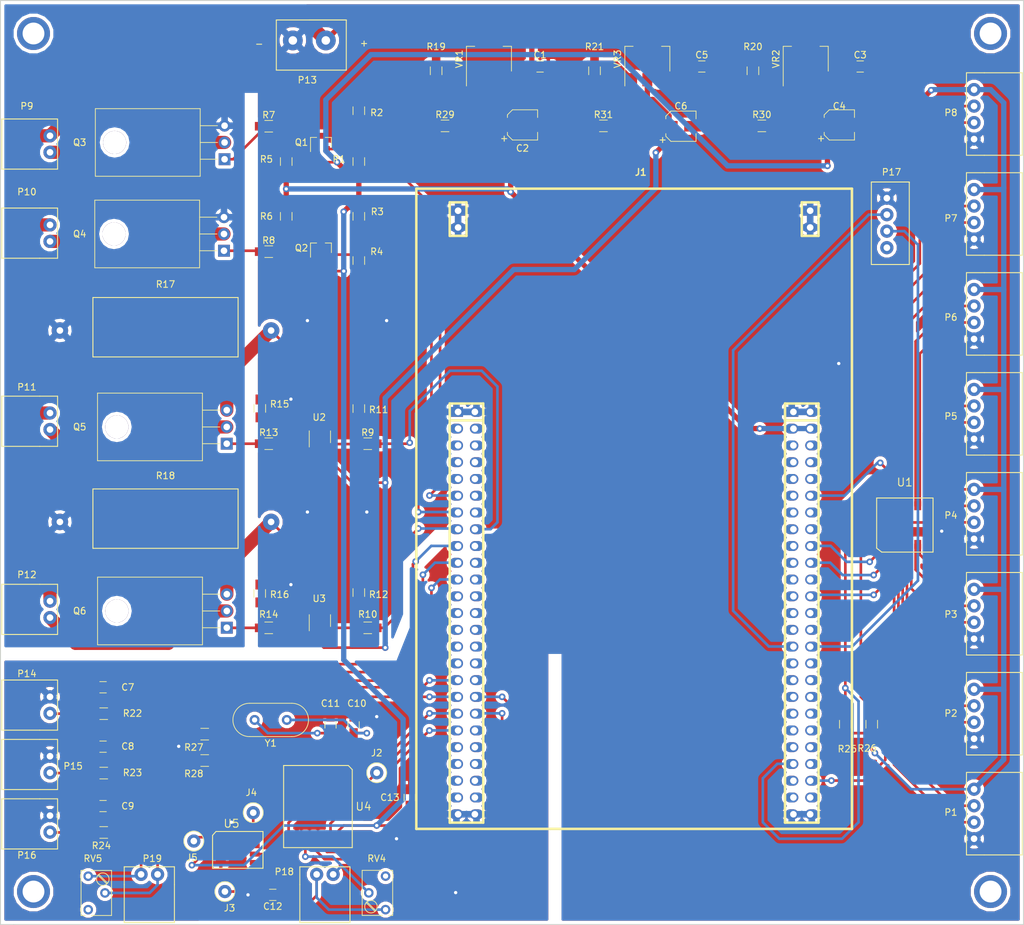
<source format=kicad_pcb>
(kicad_pcb (version 4) (host pcbnew 4.0.7)
  (title_block (title "Control Board") (date 2018-07-23) (rev 1.0) (company Skoltech))
  (layers (0 F.Cu signal) (31 B.Cu signal) (34 B.Paste user hide) (35 F.Paste user hide) (36 B.SilkS user hide) (37 F.SilkS user) (38 B.Mask user hide) (39 F.Mask user) (44 Edge.Cuts user))
  (net 0 "")
  (net 1 +12V)
  (net 2 GNDA)
  (net 3 +5V)
  (net 4 +3V3)
  (net 5 +9V)
  (net 6 /Stm32F4_Discovery/ADC_1)
  (net 7 /Stm32F4_Discovery/ADC_2)
  (net 8 /Stm32F4_Discovery/ADC_3)
  (net 9 "Net-(C10-Pad1)")
  (net 10 "Net-(C11-Pad1)")
  (net 11 "Net-(C12-Pad1)")
  (net 12 "Net-(J1-Pad53)")
  (net 13 "Net-(J1-Pad55)")
  (net 14 "/I2C switcher/SCL")
  (net 15 "/I2C switcher/A0")
  (net 16 "/I2C switcher/A1")
  (net 17 "/I2C switcher/~RESET_I2C")
  (net 18 "Net-(J1-Pad65)")
  (net 19 "Net-(J1-Pad67)")
  (net 20 "Net-(J1-Pad69)")
  (net 21 /Stm32F4_Discovery/UART_TX)
  (net 22 "Net-(J1-Pad73)")
  (net 23 "Net-(J1-Pad75)")
  (net 24 "Net-(J1-Pad77)")
  (net 25 "Net-(J1-Pad79)")
  (net 26 "Net-(J1-Pad81)")
  (net 27 "Net-(J1-Pad83)")
  (net 28 "Net-(J1-Pad85)")
  (net 29 "Net-(J1-Pad87)")
  (net 30 "Net-(J1-Pad89)")
  (net 31 "Net-(J1-Pad91)")
  (net 32 "Net-(J1-Pad93)")
  (net 33 "Net-(J1-Pad95)")
  (net 34 "Net-(J1-Pad96)")
  (net 35 "Net-(J1-Pad94)")
  (net 36 "Net-(J1-Pad92)")
  (net 37 "Net-(J1-Pad88)")
  (net 38 "Net-(J1-Pad86)")
  (net 39 "Net-(J1-Pad80)")
  (net 40 "Net-(J1-Pad76)")
  (net 41 "Net-(J1-Pad74)")
  (net 42 /Stm32F4_Discovery/UART_RX)
  (net 43 "Net-(J1-Pad70)")
  (net 44 "Net-(J1-Pad68)")
  (net 45 "Net-(J1-Pad66)")
  (net 46 "Net-(J1-Pad64)")
  (net 47 "Net-(J1-Pad62)")
  (net 48 "Net-(J1-Pad60)")
  (net 49 "/I2C switcher/A2")
  (net 50 "/I2C switcher/SDA")
  (net 51 "Net-(J1-Pad54)")
  (net 52 "Net-(J1-Pad48)")
  (net 53 "Net-(J1-Pad46)")
  (net 54 "Net-(J1-Pad44)")
  (net 55 "Net-(J1-Pad42)")
  (net 56 "Net-(J1-Pad40)")
  (net 57 /External_ADC/MISO)
  (net 58 /External_ADC/~DRDY)
  (net 59 "Net-(J1-Pad34)")
  (net 60 "Net-(J1-Pad32)")
  (net 61 "Net-(J1-Pad30)")
  (net 62 "Net-(J1-Pad28)")
  (net 63 "Net-(J1-Pad26)")
  (net 64 "Net-(J1-Pad24)")
  (net 65 "Net-(J1-Pad22)")
  (net 66 "Net-(J1-Pad20)")
  (net 67 "Net-(J1-Pad18)")
  (net 68 /Stm32F4_Discovery/DAC_1)
  (net 69 "Net-(J1-Pad14)")
  (net 70 "Net-(J1-Pad12)")
  (net 71 "Net-(J1-Pad10)")
  (net 72 "Net-(J1-Pad8)")
  (net 73 "Net-(J1-Pad6)")
  (net 74 "Net-(J1-Pad4)")
  (net 75 "Net-(J1-Pad3)")
  (net 76 "Net-(J1-Pad5)")
  (net 77 "Net-(J1-Pad7)")
  (net 78 "Net-(J1-Pad9)")
  (net 79 /Stm32F4_Discovery/PWM_1)
  (net 80 /Stm32F4_Discovery/PWM_2)
  (net 81 /Stm32F4_Discovery/DAC_2)
  (net 82 "Net-(J1-Pad23)")
  (net 83 "Net-(J1-Pad25)")
  (net 84 "Net-(J1-Pad27)")
  (net 85 "Net-(J1-Pad29)")
  (net 86 "Net-(J1-Pad31)")
  (net 87 /External_ADC/~RESET_ADC)
  (net 88 /External_ADC/~CS)
  (net 89 /External_ADC/SCLK)
  (net 90 /External_ADC/MOSI)
  (net 91 "Net-(J1-Pad41)")
  (net 92 "Net-(J1-Pad43)")
  (net 93 "Net-(J1-Pad45)")
  (net 94 "Net-(J1-Pad47)")
  (net 95 "Net-(J3-Pad1)")
  (net 96 "Net-(J4-Pad1)")
  (net 97 "Net-(J5-Pad1)")
  (net 98 "Net-(P17-Pad1)")
  (net 99 "Net-(Q3-Pad1)")
  (net 100 "Net-(Q4-Pad1)")
  (net 101 "Net-(Q5-Pad1)")
  (net 102 "Net-(Q5-Pad3)")
  (net 103 "Net-(Q6-Pad1)")
  (net 104 "Net-(R21-Pad2)")
  (net 105 "Net-(RV4-Pad3)")
  (net 106 "Net-(RV5-Pad3)")
  (net 107 "Net-(U5-Pad7)")
  (net 108 "Net-(U5-Pad3)")
  (net 109 "Net-(R11-Pad2)")
  (net 110 "Net-(R10-Pad1)")
  (net 111 "Net-(R13-Pad2)")
  (net 112 "Net-(R14-Pad2)")
  (net 113 "Net-(R19-Pad2)")
  (net 114 "Net-(R20-Pad2)")
  (net 115 "Net-(Q6-Pad3)")
  (net 116 "/I2C switcher/SC0")
  (net 117 "/I2C switcher/SD0")
  (net 118 "/I2C switcher/SC1")
  (net 119 "/I2C switcher/SD1")
  (net 120 "/I2C switcher/SC2")
  (net 121 "/I2C switcher/SD2")
  (net 122 "/I2C switcher/SC3")
  (net 123 "/I2C switcher/SD3")
  (net 124 "/I2C switcher/SC4")
  (net 125 "/I2C switcher/SD4")
  (net 126 "/I2C switcher/SC5")
  (net 127 "/I2C switcher/SD5")
  (net 128 "/I2C switcher/SC6")
  (net 129 "/I2C switcher/SD6")
  (net 130 "/I2C switcher/SC7")
  (net 131 "/I2C switcher/SD7")
  (net 132 "Net-(J1-Pad59)")
  (net 133 "Net-(J1-Pad61)")
  (net 134 "Net-(J1-Pad63)")
  (net 135 "Net-(J1-Pad58)")
  (net 136 "Net-(P9-Pad1)")
  (net 137 "Net-(P10-Pad1)")
  (net 138 "Net-(P11-Pad1)")
  (net 139 "Net-(P12-Pad1)")
  (net 140 "Net-(P14-Pad1)")
  (net 141 "Net-(P15-Pad1)")
  (net 142 "Net-(P16-Pad1)")
  (net 143 "Net-(Q1-Pad3)")
  (net 144 "Net-(Q2-Pad3)")
  (net 145 /External_ADC/AIN2-)
  (net 146 /External_ADC/AIN2+)
  (net 147 /External_ADC/AIN1-)
  (net 148 /External_ADC/AIN1+)
  (module Control_board_footprints:TO-220-3_Horizontal (layer F.Cu) (at 101.28 88.15 90)
    (fp_text reference Q5 (at 2.54 -22.28 180) (layer F.SilkS))
    (fp_text value IRF530N)
    (pad 0 thru_hole oval (at 2.54 -16.66 90) (size 3.5 3.5) (drill 3.5) (layers *.Cu *.Mask))
    (pad 1 thru_hole rect (at 0 0 90) (size 1.8 1.8) (drill 1) (layers *.Cu *.Mask) (net 101 "Net-(Q5-Pad1)"))
    (pad 2 thru_hole oval (at 2.54 0 90) (size 1.8 1.8) (drill 1) (layers *.Cu *.Mask) (net 138 "Net-(P11-Pad1)"))
    (pad 3 thru_hole oval (at 5.08 0 90) (size 1.8 1.8) (drill 1) (layers *.Cu *.Mask) (net 102 "Net-(Q5-Pad3)"))
  )
  (module Control_board_footprints:TO-220-3_Horizontal (layer F.Cu) (at 101.29 116.03 90)
    (fp_text reference Q6 (at 2.54 -22.29 180) (layer F.SilkS))
    (fp_text value IRF530N)
    (pad 0 thru_hole oval (at 2.54 -16.66 90) (size 3.5 3.5) (drill 3.5) (layers *.Cu *.Mask))
    (pad 1 thru_hole rect (at 0 0 90) (size 1.8 1.8) (drill 1) (layers *.Cu *.Mask) (net 103 "Net-(Q6-Pad1)"))
    (pad 2 thru_hole oval (at 2.54 0 90) (size 1.8 1.8) (drill 1) (layers *.Cu *.Mask) (net 139 "Net-(P12-Pad1)"))
    (pad 3 thru_hole oval (at 5.08 0 90) (size 1.8 1.8) (drill 1) (layers *.Cu *.Mask) (net 115 "Net-(Q6-Pad3)"))
  )
  (module Control_board_footprints:Power_Connector (layer F.Cu) (at 118.79 31.55 180)
    (fp_text reference P13 (at 5.3 -1.5 180) (layer F.SilkS))
    (fp_text value Power_terminal)
    (fp_text user - (at 12.6 4 180) (layer F.SilkS))
    (fp_text user + (at -3.3 4.1 180) (layer F.SilkS))
    (pad 1 thru_hole circle (at 2.5 4.5 180) (size 3 3) (drill 1.3) (layers *.Cu *.Mask) (net 1 +12V))
    (pad 2 thru_hole circle (at 7.5 4.5 180) (size 3 3) (drill 1.3) (layers *.Cu *.Mask) (net 2 GNDA))
  )
  (module Capacitors_SMD:C_0805_HandSoldering (layer F.Cu) (at 148.75 31)
    (fp_text reference C1 (at 0 -1.75) (layer F.SilkS))
    (fp_text value "0.1 µF")
    (pad 1 smd rect (at -1.25 0) (size 1.5 1.25) (layers F.Cu F.Paste F.Mask) (net 1 +12V))
    (pad 2 smd rect (at 1.25 0) (size 1.5 1.25) (layers F.Cu F.Paste F.Mask) (net 2 GNDA))
  )
  (module Capacitors_SMD:CP_Elec_4x5.3 (layer F.Cu) (at 146.09 39.848)
    (fp_text reference C2 (at 0 3.54) (layer F.SilkS))
    (fp_text value "1 µF")
    (fp_text user + (at -2.77 2.01) (layer F.SilkS))
    (pad 1 smd rect (at -1.8 0 180) (size 2.6 1.6) (layers F.Cu F.Paste F.Mask) (net 3 +5V))
    (pad 2 smd rect (at 1.8 0 180) (size 2.6 1.6) (layers F.Cu F.Paste F.Mask) (net 2 GNDA))
  )
  (module Capacitors_SMD:C_0805_HandSoldering (layer F.Cu) (at 197.25 31)
    (fp_text reference C3 (at 0 -1.75) (layer F.SilkS))
    (fp_text value "0.1 µF")
    (pad 1 smd rect (at -1.25 0) (size 1.5 1.25) (layers F.Cu F.Paste F.Mask) (net 1 +12V))
    (pad 2 smd rect (at 1.25 0) (size 1.5 1.25) (layers F.Cu F.Paste F.Mask) (net 2 GNDA))
  )
  (module Capacitors_SMD:CP_Elec_4x5.3 (layer F.Cu) (at 194.09 39.848)
    (fp_text reference C4 (at 0 -2.848) (layer F.SilkS))
    (fp_text value "1 µF")
    (fp_text user + (at -2.77 2.01) (layer F.SilkS))
    (pad 1 smd rect (at -1.8 0 180) (size 2.6 1.6) (layers F.Cu F.Paste F.Mask) (net 4 +3V3))
    (pad 2 smd rect (at 1.8 0 180) (size 2.6 1.6) (layers F.Cu F.Paste F.Mask) (net 2 GNDA))
  )
  (module Capacitors_SMD:C_0805_HandSoldering (layer F.Cu) (at 173.25 31)
    (fp_text reference C5 (at 0 -1.75) (layer F.SilkS))
    (fp_text value "0.1 µF")
    (pad 1 smd rect (at -1.25 0) (size 1.5 1.25) (layers F.Cu F.Paste F.Mask) (net 1 +12V))
    (pad 2 smd rect (at 1.25 0) (size 1.5 1.25) (layers F.Cu F.Paste F.Mask) (net 2 GNDA))
  )
  (module Capacitors_SMD:CP_Elec_4x5.3 (layer F.Cu) (at 170.09 40.05)
    (fp_text reference C6 (at 0 -3.05) (layer F.SilkS))
    (fp_text value "1 µF")
    (fp_text user + (at -2.77 2.01) (layer F.SilkS))
    (pad 1 smd rect (at -1.8 0 180) (size 2.6 1.6) (layers F.Cu F.Paste F.Mask) (net 5 +9V))
    (pad 2 smd rect (at 1.8 0 180) (size 2.6 1.6) (layers F.Cu F.Paste F.Mask) (net 2 GNDA))
  )
  (module Capacitors_SMD:C_0805_HandSoldering (layer F.Cu) (at 82.54 125.05 180)
    (fp_text reference C7 (at -3.75 0 180) (layer F.SilkS))
    (fp_text value "0.15 µF")
    (pad 1 smd rect (at -1.25 0 180) (size 1.5 1.25) (layers F.Cu F.Paste F.Mask) (net 6 /Stm32F4_Discovery/ADC_1))
    (pad 2 smd rect (at 1.25 0 180) (size 1.5 1.25) (layers F.Cu F.Paste F.Mask) (net 2 GNDA))
  )
  (module Capacitors_SMD:C_0805_HandSoldering (layer F.Cu) (at 82.54 134.05 180)
    (fp_text reference C8 (at -3.75 0.05 180) (layer F.SilkS))
    (fp_text value "0.15 µF")
    (pad 1 smd rect (at -1.25 0 180) (size 1.5 1.25) (layers F.Cu F.Paste F.Mask) (net 7 /Stm32F4_Discovery/ADC_2))
    (pad 2 smd rect (at 1.25 0 180) (size 1.5 1.25) (layers F.Cu F.Paste F.Mask) (net 2 GNDA))
  )
  (module Capacitors_SMD:C_0805_HandSoldering (layer F.Cu) (at 82.54 143.05 180)
    (fp_text reference C9 (at -3.75 0 180) (layer F.SilkS))
    (fp_text value "0.15 µF")
    (pad 1 smd rect (at -1.25 0 180) (size 1.5 1.25) (layers F.Cu F.Paste F.Mask) (net 8 /Stm32F4_Discovery/ADC_3))
    (pad 2 smd rect (at 1.25 0 180) (size 1.5 1.25) (layers F.Cu F.Paste F.Mask) (net 2 GNDA))
  )
  (module Capacitors_SMD:C_0805_HandSoldering (layer F.Cu) (at 120.5 130.75 90)
    (fp_text reference C10 (at 3.25 0.5 180) (layer F.SilkS))
    (fp_text value 30pF)
    (pad 1 smd rect (at -1.25 0 90) (size 1.5 1.25) (layers F.Cu F.Paste F.Mask) (net 9 "Net-(C10-Pad1)"))
    (pad 2 smd rect (at 1.25 0 90) (size 1.5 1.25) (layers F.Cu F.Paste F.Mask) (net 2 GNDA))
  )
  (module Capacitors_SMD:C_0805_HandSoldering (layer F.Cu) (at 117 130.75 90)
    (fp_text reference C11 (at 3.25 0 180) (layer F.SilkS))
    (fp_text value 30pF)
    (pad 1 smd rect (at -1.25 0 90) (size 1.5 1.25) (layers F.Cu F.Paste F.Mask) (net 10 "Net-(C11-Pad1)"))
    (pad 2 smd rect (at 1.25 0 90) (size 1.5 1.25) (layers F.Cu F.Paste F.Mask) (net 2 GNDA))
  )
  (module Capacitors_SMD:C_0805_HandSoldering (layer F.Cu) (at 108.25 156.5 180)
    (fp_text reference C12 (at 0 -1.75 180) (layer F.SilkS))
    (fp_text value 0.1μF)
    (pad 1 smd rect (at -1.25 0 180) (size 1.5 1.25) (layers F.Cu F.Paste F.Mask) (net 11 "Net-(C12-Pad1)"))
    (pad 2 smd rect (at 1.25 0 180) (size 1.5 1.25) (layers F.Cu F.Paste F.Mask) (net 2 GNDA))
  )
  (module Capacitors_SMD:C_0805_HandSoldering (layer F.Cu) (at 129 141.75 90)
    (fp_text reference C13 (at 0 -3 180) (layer F.SilkS))
    (fp_text value 0.1μF)
    (pad 1 smd rect (at -1.25 0 90) (size 1.5 1.25) (layers F.Cu F.Paste F.Mask) (net 4 +3V3))
    (pad 2 smd rect (at 1.25 0 90) (size 1.5 1.25) (layers F.Cu F.Paste F.Mask) (net 2 GNDA))
  )
  (module TestPoint:TestPoint_Loop_D2.50mm_Drill1.0mm (layer F.Cu) (at 124 138)
    (fp_text reference J2 (at 0 -3) (layer F.SilkS))
    (fp_text value TEST_1P)
    (pad 1 thru_hole circle (at 0 0) (size 2 2) (drill 1) (layers *.Cu *.Mask) (net 11 "Net-(C12-Pad1)"))
  )
  (module TestPoint:TestPoint_Loop_D2.50mm_Drill1.0mm (layer F.Cu) (at 101 156)
    (fp_text reference J3 (at 0.7 2.5) (layer F.SilkS))
    (fp_text value TEST_1P)
    (pad 1 thru_hole circle (at 0 0) (size 2 2) (drill 1) (layers *.Cu *.Mask) (net 95 "Net-(J3-Pad1)"))
  )
  (module TestPoint:TestPoint_Loop_D2.50mm_Drill1.0mm (layer F.Cu) (at 105.29 144.05)
    (fp_text reference J4 (at -0.29 -3.05) (layer F.SilkS))
    (fp_text value TEST_1P)
    (pad 1 thru_hole circle (at 0 0) (size 2 2) (drill 1) (layers *.Cu *.Mask) (net 96 "Net-(J4-Pad1)"))
  )
  (module TestPoint:TestPoint_Loop_D2.50mm_Drill1.0mm (layer F.Cu) (at 96.29 148.35)
    (fp_text reference J5 (at -0.29 2.5) (layer F.SilkS))
    (fp_text value TEST_1P)
    (pad 1 thru_hole circle (at 0 0) (size 2 2) (drill 1) (layers *.Cu *.Mask) (net 97 "Net-(J5-Pad1)"))
  )
  (module TO_SOT_Packages_SMD:SOT-23 (layer F.Cu) (at 115.55 42.5 90)
    (fp_text reference Q1 (at 0 -2.95 360) (layer F.SilkS))
    (fp_text value IRFML8244)
    (pad 1 smd rect (at -1 -0.95 90) (size 0.9 0.8) (layers F.Cu F.Paste F.Mask) (net 4 +3V3))
    (pad 2 smd rect (at -1 0.95 90) (size 0.9 0.8) (layers F.Cu F.Paste F.Mask) (net 79 /Stm32F4_Discovery/PWM_1))
    (pad 3 smd rect (at 1 0 90) (size 0.9 0.8) (layers F.Cu F.Paste F.Mask) (net 143 "Net-(Q1-Pad3)"))
  )
  (module TO_SOT_Packages_SMD:SOT-23 (layer F.Cu) (at 115.55 58.5 90)
    (fp_text reference Q2 (at 0 -2.95 360) (layer F.SilkS))
    (fp_text value IRFML8244)
    (pad 1 smd rect (at -1 -0.95 90) (size 0.9 0.8) (layers F.Cu F.Paste F.Mask) (net 4 +3V3))
    (pad 2 smd rect (at -1 0.95 90) (size 0.9 0.8) (layers F.Cu F.Paste F.Mask) (net 80 /Stm32F4_Discovery/PWM_2))
    (pad 3 smd rect (at 1 0 90) (size 0.9 0.8) (layers F.Cu F.Paste F.Mask) (net 144 "Net-(Q2-Pad3)"))
  )
  (module Control_board_footprints:TO-220-3_Horizontal (layer F.Cu) (at 100.95 45.05 90)
    (fp_text reference Q3 (at 2.54 -21.95 180) (layer F.SilkS))
    (fp_text value IRF530N)
    (pad 0 thru_hole oval (at 2.54 -16.66 90) (size 3.5 3.5) (drill 3.5) (layers *.Cu *.Mask))
    (pad 1 thru_hole rect (at 0 0 90) (size 1.8 1.8) (drill 1) (layers *.Cu *.Mask) (net 99 "Net-(Q3-Pad1)"))
    (pad 2 thru_hole oval (at 2.54 0 90) (size 1.8 1.8) (drill 1) (layers *.Cu *.Mask) (net 136 "Net-(P9-Pad1)"))
    (pad 3 thru_hole oval (at 5.08 0 90) (size 1.8 1.8) (drill 1) (layers *.Cu *.Mask) (net 2 GNDA))
  )
  (module Control_board_footprints:TO-220-3_Horizontal (layer F.Cu) (at 100.86 58.914 90)
    (fp_text reference Q4 (at 2.54 -21.86 180) (layer F.SilkS))
    (fp_text value IRF530N)
    (pad 0 thru_hole oval (at 2.54 -16.66 90) (size 3.5 3.5) (drill 3.5) (layers *.Cu *.Mask))
    (pad 1 thru_hole rect (at 0 0 90) (size 1.8 1.8) (drill 1) (layers *.Cu *.Mask) (net 100 "Net-(Q4-Pad1)"))
    (pad 2 thru_hole oval (at 2.54 0 90) (size 1.8 1.8) (drill 1) (layers *.Cu *.Mask) (net 137 "Net-(P10-Pad1)"))
    (pad 3 thru_hole oval (at 5.08 0 90) (size 1.8 1.8) (drill 1) (layers *.Cu *.Mask) (net 2 GNDA))
  )
  (module Resistors_SMD:R_0805_HandSoldering (layer F.Cu) (at 121.29 45.4 270)
    (fp_text reference R1 (at -0.35 3 540) (layer F.SilkS))
    (fp_text value 10k)
    (pad 1 smd rect (at -1.35 0 270) (size 1.5 1.3) (layers F.Cu F.Paste F.Mask) (net 79 /Stm32F4_Discovery/PWM_1))
    (pad 2 smd rect (at 1.35 0 270) (size 1.5 1.3) (layers F.Cu F.Paste F.Mask) (net 4 +3V3))
  )
  (module Resistors_SMD:R_0805_HandSoldering (layer F.Cu) (at 121.29 37.7 270)
    (fp_text reference R2 (at 0.3 -2.71 360) (layer F.SilkS))
    (fp_text value 1k)
    (pad 1 smd rect (at -1.35 0 270) (size 1.5 1.3) (layers F.Cu F.Paste F.Mask) (net 2 GNDA))
    (pad 2 smd rect (at 1.35 0 270) (size 1.5 1.3) (layers F.Cu F.Paste F.Mask) (net 79 /Stm32F4_Discovery/PWM_1))
  )
  (module Resistors_SMD:R_0805_HandSoldering (layer F.Cu) (at 121.29 53.7 90)
    (fp_text reference R3 (at 0.7 2.8 360) (layer F.SilkS))
    (fp_text value 10k)
    (pad 1 smd rect (at -1.35 0 90) (size 1.5 1.3) (layers F.Cu F.Paste F.Mask) (net 80 /Stm32F4_Discovery/PWM_2))
    (pad 2 smd rect (at 1.35 0 90) (size 1.5 1.3) (layers F.Cu F.Paste F.Mask) (net 4 +3V3))
  )
  (module Resistors_SMD:R_0805_HandSoldering (layer F.Cu) (at 121.29 60.4 90)
    (fp_text reference R4 (at 1.35 2.71 180) (layer F.SilkS))
    (fp_text value 1k)
    (pad 1 smd rect (at -1.35 0 90) (size 1.5 1.3) (layers F.Cu F.Paste F.Mask) (net 2 GNDA))
    (pad 2 smd rect (at 1.35 0 90) (size 1.5 1.3) (layers F.Cu F.Paste F.Mask) (net 80 /Stm32F4_Discovery/PWM_2))
  )
  (module Resistors_SMD:R_0805_HandSoldering (layer F.Cu) (at 110.29 45.4 270)
    (fp_text reference R5 (at -0.35 3 360) (layer F.SilkS))
    (fp_text value 10k)
    (pad 1 smd rect (at -1.35 0 270) (size 1.5 1.3) (layers F.Cu F.Paste F.Mask) (net 143 "Net-(Q1-Pad3)"))
    (pad 2 smd rect (at 1.35 0 270) (size 1.5 1.3) (layers F.Cu F.Paste F.Mask) (net 3 +5V))
  )
  (module Resistors_SMD:R_0805_HandSoldering (layer F.Cu) (at 110.29 53.7 90)
    (fp_text reference R6 (at 0 -3 180) (layer F.SilkS))
    (fp_text value 10k)
    (pad 1 smd rect (at -1.35 0 90) (size 1.5 1.3) (layers F.Cu F.Paste F.Mask) (net 144 "Net-(Q2-Pad3)"))
    (pad 2 smd rect (at 1.35 0 90) (size 1.5 1.3) (layers F.Cu F.Paste F.Mask) (net 3 +5V))
  )
  (module Resistors_SMD:R_0805_HandSoldering (layer F.Cu) (at 107.64 40.05)
    (fp_text reference R7 (at 0 -1.7) (layer F.SilkS))
    (fp_text value 10k)
    (pad 1 smd rect (at -1.35 0) (size 1.5 1.3) (layers F.Cu F.Paste F.Mask) (net 99 "Net-(Q3-Pad1)"))
    (pad 2 smd rect (at 1.35 0) (size 1.5 1.3) (layers F.Cu F.Paste F.Mask) (net 143 "Net-(Q1-Pad3)"))
  )
  (module Resistors_SMD:R_0805_HandSoldering (layer F.Cu) (at 107.64 59.05)
    (fp_text reference R8 (at 0 -1.7) (layer F.SilkS))
    (fp_text value 10k)
    (pad 1 smd rect (at -1.35 0) (size 1.5 1.3) (layers F.Cu F.Paste F.Mask) (net 100 "Net-(Q4-Pad1)"))
    (pad 2 smd rect (at 1.35 0) (size 1.5 1.3) (layers F.Cu F.Paste F.Mask) (net 144 "Net-(Q2-Pad3)"))
  )
  (module Resistors_SMD:R_0805_HandSoldering (layer F.Cu) (at 121.29 82.826 270)
    (fp_text reference R11 (at 0.174 -3 360) (layer F.SilkS))
    (fp_text value 100k)
    (pad 1 smd rect (at -1.35 0 270) (size 1.5 1.3) (layers F.Cu F.Paste F.Mask) (net 2 GNDA))
    (pad 2 smd rect (at 1.35 0 270) (size 1.5 1.3) (layers F.Cu F.Paste F.Mask) (net 109 "Net-(R11-Pad2)"))
  )
  (module Resistors_SMD:R_0805_HandSoldering (layer F.Cu) (at 121.29 110.7 270)
    (fp_text reference R12 (at 0.3 -3 360) (layer F.SilkS))
    (fp_text value 100k)
    (pad 1 smd rect (at -1.35 0 270) (size 1.5 1.3) (layers F.Cu F.Paste F.Mask) (net 2 GNDA))
    (pad 2 smd rect (at 1.35 0 270) (size 1.5 1.3) (layers F.Cu F.Paste F.Mask) (net 110 "Net-(R10-Pad1)"))
  )
  (module Resistors_SMD:R_0805_HandSoldering (layer F.Cu) (at 107.64 88.15)
    (fp_text reference R13 (at 0 -1.7) (layer F.SilkS))
    (fp_text value 10k)
    (pad 1 smd rect (at -1.35 0) (size 1.5 1.3) (layers F.Cu F.Paste F.Mask) (net 101 "Net-(Q5-Pad1)"))
    (pad 2 smd rect (at 1.35 0) (size 1.5 1.3) (layers F.Cu F.Paste F.Mask) (net 111 "Net-(R13-Pad2)"))
  )
  (module Resistors_SMD:R_0805_HandSoldering (layer F.Cu) (at 107.64 116.05)
    (fp_text reference R14 (at 0 -2.05) (layer F.SilkS))
    (fp_text value 10k)
    (pad 1 smd rect (at -1.35 0) (size 1.5 1.3) (layers F.Cu F.Paste F.Mask) (net 103 "Net-(Q6-Pad1)"))
    (pad 2 smd rect (at 1.35 0) (size 1.5 1.3) (layers F.Cu F.Paste F.Mask) (net 112 "Net-(R14-Pad2)"))
  )
  (module Resistors_SMD:R_0805_HandSoldering (layer F.Cu) (at 106.29 82.8 90)
    (fp_text reference R15 (at 0.65 3 180) (layer F.SilkS))
    (fp_text value 100k)
    (pad 1 smd rect (at -1.35 0 90) (size 1.5 1.3) (layers F.Cu F.Paste F.Mask) (net 101 "Net-(Q5-Pad1)"))
    (pad 2 smd rect (at 1.35 0 90) (size 1.5 1.3) (layers F.Cu F.Paste F.Mask) (net 2 GNDA))
  )
  (module Resistors_SMD:R_0805_HandSoldering (layer F.Cu) (at 106.274 110.842 90)
    (fp_text reference R16 (at -0.158 3.016 180) (layer F.SilkS))
    (fp_text value 100k)
    (pad 1 smd rect (at -1.35 0 90) (size 1.5 1.3) (layers F.Cu F.Paste F.Mask) (net 103 "Net-(Q6-Pad1)"))
    (pad 2 smd rect (at 1.35 0 90) (size 1.5 1.3) (layers F.Cu F.Paste F.Mask) (net 2 GNDA))
  )
  (module Resistors_SMD:R_0805_HandSoldering (layer F.Cu) (at 157 31.65 90)
    (fp_text reference R21 (at 3.65 0 180) (layer F.SilkS))
    (fp_text value 240)
    (pad 1 smd rect (at -1.35 0 90) (size 1.5 1.3) (layers F.Cu F.Paste F.Mask) (net 5 +9V))
    (pad 2 smd rect (at 1.35 0 90) (size 1.5 1.3) (layers F.Cu F.Paste F.Mask) (net 104 "Net-(R21-Pad2)"))
  )
  (module Resistors_SMD:R_0805_HandSoldering (layer F.Cu) (at 82.64 129.05 180)
    (fp_text reference R22 (at -4.36 0.05 180) (layer F.SilkS))
    (fp_text value 1k)
    (pad 1 smd rect (at -1.35 0 180) (size 1.5 1.3) (layers F.Cu F.Paste F.Mask) (net 6 /Stm32F4_Discovery/ADC_1))
    (pad 2 smd rect (at 1.35 0 180) (size 1.5 1.3) (layers F.Cu F.Paste F.Mask) (net 140 "Net-(P14-Pad1)"))
  )
  (module Resistors_SMD:R_0805_HandSoldering (layer F.Cu) (at 82.64 138.05 180)
    (fp_text reference R23 (at -4.36 0.05 360) (layer F.SilkS))
    (fp_text value 1k)
    (pad 1 smd rect (at -1.35 0 180) (size 1.5 1.3) (layers F.Cu F.Paste F.Mask) (net 7 /Stm32F4_Discovery/ADC_2))
    (pad 2 smd rect (at 1.35 0 180) (size 1.5 1.3) (layers F.Cu F.Paste F.Mask) (net 141 "Net-(P15-Pad1)"))
  )
  (module Resistors_SMD:R_0805_HandSoldering (layer F.Cu) (at 82.64 147.05 180)
    (fp_text reference R24 (at 0.35 -2 180) (layer F.SilkS))
    (fp_text value 1k)
    (pad 1 smd rect (at -1.35 0 180) (size 1.5 1.3) (layers F.Cu F.Paste F.Mask) (net 8 /Stm32F4_Discovery/ADC_3))
    (pad 2 smd rect (at 1.35 0 180) (size 1.5 1.3) (layers F.Cu F.Paste F.Mask) (net 142 "Net-(P16-Pad1)"))
  )
  (module Resistors_SMD:R_0805_HandSoldering (layer F.Cu) (at 195 130.65 90)
    (fp_text reference R25 (at -3.75 0.3 180) (layer F.SilkS))
    (fp_text value 1k)
    (pad 1 smd rect (at -1.35 0 90) (size 1.5 1.3) (layers F.Cu F.Paste F.Mask) (net 4 +3V3))
    (pad 2 smd rect (at 1.35 0 90) (size 1.5 1.3) (layers F.Cu F.Paste F.Mask) (net 14 "/I2C switcher/SCL"))
  )
  (module Resistors_SMD:R_0805_HandSoldering (layer F.Cu) (at 199 130.65 90)
    (fp_text reference R26 (at -3.65 -0.7 180) (layer F.SilkS))
    (fp_text value 1k)
    (pad 1 smd rect (at -1.35 0 90) (size 1.5 1.3) (layers F.Cu F.Paste F.Mask) (net 4 +3V3))
    (pad 2 smd rect (at 1.35 0 90) (size 1.5 1.3) (layers F.Cu F.Paste F.Mask) (net 50 "/I2C switcher/SDA"))
  )
  (module Resistors_SMD:R_0805_HandSoldering (layer F.Cu) (at 97.94 132.15 180)
    (fp_text reference R27 (at 1.65 -2 180) (layer F.SilkS))
    (fp_text value 1k)
    (pad 1 smd rect (at -1.35 0 180) (size 1.5 1.3) (layers F.Cu F.Paste F.Mask) (net 88 /External_ADC/~CS))
    (pad 2 smd rect (at 1.35 0 180) (size 1.5 1.3) (layers F.Cu F.Paste F.Mask) (net 2 GNDA))
  )
  (module Resistors_SMD:R_0805_HandSoldering (layer F.Cu) (at 97.94 136.15 180)
    (fp_text reference R28 (at 1.65 -2 180) (layer F.SilkS))
    (fp_text value 1k)
    (pad 1 smd rect (at -1.35 0 180) (size 1.5 1.3) (layers F.Cu F.Paste F.Mask) (net 87 /External_ADC/~RESET_ADC))
    (pad 2 smd rect (at 1.35 0 180) (size 1.5 1.3) (layers F.Cu F.Paste F.Mask) (net 2 GNDA))
  )
  (module Control_board_footprints:Potentiometer_Trimmer_Bourns_3266W (layer F.Cu) (at 125.34 158.74 270)
    (fp_text reference RV4 (at -7.74 1.34 360) (layer F.SilkS))
    (fp_text value "10 ")
    (pad 1 thru_hole circle (at 0 0 270) (size 1.44 1.44) (drill 0.8) (layers *.Cu *.Mask) (net 146 /External_ADC/AIN2+))
    (pad 2 thru_hole circle (at -2.54 2.54 270) (size 1.44 1.44) (drill 0.8) (layers *.Cu *.Mask) (net 145 /External_ADC/AIN2-))
    (pad 3 thru_hole circle (at -5.08 0 270) (size 1.44 1.44) (drill 0.8) (layers *.Cu *.Mask) (net 105 "Net-(RV4-Pad3)"))
  )
  (module Control_board_footprints:Potentiometer_Trimmer_Bourns_3266W (layer F.Cu) (at 80.29 153.67 90)
    (fp_text reference RV5 (at 2.67 0.71 180) (layer F.SilkS))
    (fp_text value 10)
    (pad 1 thru_hole circle (at 0 0 90) (size 1.44 1.44) (drill 0.8) (layers *.Cu *.Mask) (net 148 /External_ADC/AIN1+))
    (pad 2 thru_hole circle (at -2.54 2.54 90) (size 1.44 1.44) (drill 0.8) (layers *.Cu *.Mask) (net 147 /External_ADC/AIN1-))
    (pad 3 thru_hole circle (at -5.08 0 90) (size 1.44 1.44) (drill 0.8) (layers *.Cu *.Mask) (net 106 "Net-(RV5-Pad3)"))
  )
  (module Control_board_footprints:SOT-23-5 (layer F.Cu) (at 115.39 87.1 90)
    (fp_text reference U2 (at 2.95 -0.1 180) (layer F.SilkS))
    (fp_text value LMC7101)
    (pad 1 smd rect (at -1.1 -0.95 90) (size 1.06 0.65) (layers F.Cu F.Paste F.Mask) (net 111 "Net-(R13-Pad2)"))
    (pad 2 smd rect (at -1.1 0 90) (size 1.06 0.65) (layers F.Cu F.Paste F.Mask) (net 5 +9V))
    (pad 3 smd rect (at -1.1 0.95 90) (size 1.06 0.65) (layers F.Cu F.Paste F.Mask) (net 109 "Net-(R11-Pad2)"))
    (pad 4 smd rect (at 1.1 0.95 90) (size 1.06 0.65) (layers F.Cu F.Paste F.Mask) (net 102 "Net-(Q5-Pad3)"))
    (pad 5 smd rect (at 1.1 -0.95 90) (size 1.06 0.65) (layers F.Cu F.Paste F.Mask) (net 2 GNDA))
  )
  (module Control_board_footprints:SOT-23-5 (layer F.Cu) (at 115.39 114.95 90)
    (fp_text reference U3 (at 3.334 -0.1 180) (layer F.SilkS))
    (fp_text value LMC7101)
    (pad 1 smd rect (at -1.1 -0.95 90) (size 1.06 0.65) (layers F.Cu F.Paste F.Mask) (net 112 "Net-(R14-Pad2)"))
    (pad 2 smd rect (at -1.1 0 90) (size 1.06 0.65) (layers F.Cu F.Paste F.Mask) (net 5 +9V))
    (pad 3 smd rect (at -1.1 0.95 90) (size 1.06 0.65) (layers F.Cu F.Paste F.Mask) (net 110 "Net-(R10-Pad1)"))
    (pad 4 smd rect (at 1.1 0.95 90) (size 1.06 0.65) (layers F.Cu F.Paste F.Mask) (net 115 "Net-(Q6-Pad3)"))
    (pad 5 smd rect (at 1.1 -0.95 90) (size 1.06 0.65) (layers F.Cu F.Paste F.Mask) (net 2 GNDA))
  )
  (module Control_board_footprints:SOT-223 (layer F.Cu) (at 141 29.85 90)
    (fp_text reference VR1 (at 0 -4.5 90) (layer F.SilkS))
    (fp_text value LM317A)
    (pad 4 smd rect (at 3.15 0 90) (size 2 3.8) (layers F.Cu F.Paste F.Mask))
    (pad 2 smd rect (at -3.15 0 90) (size 2 1.5) (layers F.Cu F.Paste F.Mask) (net 3 +5V))
    (pad 3 smd rect (at -3.15 2.3 90) (size 2 1.5) (layers F.Cu F.Paste F.Mask) (net 1 +12V))
    (pad 1 smd rect (at -3.15 -2.3 90) (size 2 1.5) (layers F.Cu F.Paste F.Mask) (net 113 "Net-(R19-Pad2)"))
  )
  (module Control_board_footprints:SOT-223 (layer F.Cu) (at 189 29.85 90)
    (fp_text reference VR2 (at 0 -4.5 90) (layer F.SilkS))
    (fp_text value LM317A)
    (pad 4 smd rect (at 3.15 0 90) (size 2 3.8) (layers F.Cu F.Paste F.Mask))
    (pad 2 smd rect (at -3.15 0 90) (size 2 1.5) (layers F.Cu F.Paste F.Mask) (net 4 +3V3))
    (pad 3 smd rect (at -3.15 2.3 90) (size 2 1.5) (layers F.Cu F.Paste F.Mask) (net 1 +12V))
    (pad 1 smd rect (at -3.15 -2.3 90) (size 2 1.5) (layers F.Cu F.Paste F.Mask) (net 114 "Net-(R20-Pad2)"))
  )
  (module Control_board_footprints:SOT-223 (layer F.Cu) (at 165 29.85 90)
    (fp_text reference VR3 (at 0 -4.5 90) (layer F.SilkS))
    (fp_text value LM317A)
    (pad 4 smd rect (at 3.15 0 90) (size 2 3.8) (layers F.Cu F.Paste F.Mask))
    (pad 2 smd rect (at -3.15 0 90) (size 2 1.5) (layers F.Cu F.Paste F.Mask) (net 5 +9V))
    (pad 3 smd rect (at -3.15 2.3 90) (size 2 1.5) (layers F.Cu F.Paste F.Mask) (net 1 +12V))
    (pad 1 smd rect (at -3.15 -2.3 90) (size 2 1.5) (layers F.Cu F.Paste F.Mask) (net 104 "Net-(R21-Pad2)"))
  )
  (module Control_board_footprints:Crystal_HC49-S (layer F.Cu) (at 110.38 130 180)
    (fp_text reference Y1 (at 2.44 -3.525 180) (layer F.SilkS))
    (fp_text value Crystal)
    (pad 1 thru_hole circle (at 0 0 180) (size 1.5 1.5) (drill 0.8) (layers *.Cu *.Mask) (net 9 "Net-(C10-Pad1)"))
    (pad 2 thru_hole circle (at 4.88 0 180) (size 1.5 1.5) (drill 0.8) (layers *.Cu *.Mask) (net 10 "Net-(C11-Pad1)"))
  )
  (module Resistors_SMD:R_0805_HandSoldering (layer F.Cu) (at 122.64 88.15)
    (fp_text reference R9 (at 0 -1.7) (layer F.SilkS))
    (fp_text value 1k)
    (pad 1 smd rect (at -1.35 0) (size 1.5 1.3) (layers F.Cu F.Paste F.Mask) (net 109 "Net-(R11-Pad2)"))
    (pad 2 smd rect (at 1.35 0) (size 1.5 1.3) (layers F.Cu F.Paste F.Mask) (net 68 /Stm32F4_Discovery/DAC_1))
  )
  (module Resistors_SMD:R_0805_HandSoldering (layer F.Cu) (at 122.64 116.05)
    (fp_text reference R10 (at 0 -2.05) (layer F.SilkS))
    (fp_text value 1k)
    (pad 1 smd rect (at -1.35 0) (size 1.5 1.3) (layers F.Cu F.Paste F.Mask) (net 110 "Net-(R10-Pad1)"))
    (pad 2 smd rect (at 1.35 0) (size 1.5 1.3) (layers F.Cu F.Paste F.Mask) (net 81 /Stm32F4_Discovery/DAC_2))
  )
  (module Resistors_SMD:R_0805_HandSoldering (layer F.Cu) (at 133 31.65 90)
    (fp_text reference R19 (at 3.65 0 180) (layer F.SilkS))
    (fp_text value 240)
    (pad 1 smd rect (at -1.35 0 90) (size 1.5 1.3) (layers F.Cu F.Paste F.Mask) (net 3 +5V))
    (pad 2 smd rect (at 1.35 0 90) (size 1.5 1.3) (layers F.Cu F.Paste F.Mask) (net 113 "Net-(R19-Pad2)"))
  )
  (module Resistors_SMD:R_0805_HandSoldering (layer F.Cu) (at 181 31.65 90)
    (fp_text reference R20 (at 3.65 0 180) (layer F.SilkS))
    (fp_text value 240)
    (pad 1 smd rect (at -1.35 0 90) (size 1.5 1.3) (layers F.Cu F.Paste F.Mask) (net 4 +3V3))
    (pad 2 smd rect (at 1.35 0 90) (size 1.5 1.3) (layers F.Cu F.Paste F.Mask) (net 114 "Net-(R20-Pad2)"))
  )
  (module Control_board_footprints:SQP (layer F.Cu) (at 108 71 180)
    (fp_text reference R17 (at 16 7 180) (layer F.SilkS))
    (fp_text value 1)
    (pad 1 thru_hole circle (at 0 0 180) (size 2.5 2.5) (drill 1) (layers *.Cu *.Mask) (net 102 "Net-(Q5-Pad3)"))
    (pad 2 thru_hole circle (at 32 0 180) (size 2.5 2.5) (drill 1) (layers *.Cu *.Mask) (net 2 GNDA))
  )
  (module Control_board_footprints:SQP (layer F.Cu) (at 108 100 180)
    (fp_text reference R18 (at 16 7 180) (layer F.SilkS))
    (fp_text value 1)
    (pad 1 thru_hole circle (at 0 0 180) (size 2.5 2.5) (drill 1) (layers *.Cu *.Mask) (net 115 "Net-(Q6-Pad3)"))
    (pad 2 thru_hole circle (at 32 0 180) (size 2.5 2.5) (drill 1) (layers *.Cu *.Mask) (net 2 GNDA))
  )
  (module Control_board_footprints:CWF-4 (layer F.Cu) (at 198.94 61 90)
    (fp_text reference P17 (at 14 3.06 180) (layer F.SilkS))
    (fp_text value CWF-4)
    (pad 1 thru_hole circle (at 2.55 2.35 90) (size 2 2) (drill 1) (layers *.Cu *.Mask) (net 98 "Net-(P17-Pad1)"))
    (pad 2 thru_hole circle (at 5.05 2.35 90) (size 2 2) (drill 1) (layers *.Cu *.Mask) (net 42 /Stm32F4_Discovery/UART_RX))
    (pad 3 thru_hole circle (at 7.55 2.35 90) (size 2 2) (drill 1) (layers *.Cu *.Mask) (net 21 /Stm32F4_Discovery/UART_TX))
    (pad 4 thru_hole circle (at 10.05 2.35 90) (size 2 2) (drill 1) (layers *.Cu *.Mask) (net 2 GNDA))
  )
  (module Control_board_footprints:TSSOP-24 (layer F.Cu) (at 204.015 100.475)
    (fp_text reference U1 (at -0.015 -6.475 180) (layer F.SilkS) (effects (font (size 1.2 1.2))))
    (fp_text value PCA9548)
    (pad 24 smd rect (at -3.575 -2.925) (size 0.4 1.35) (layers F.Cu F.Paste F.Mask) (net 4 +3V3))
    (pad 1 smd rect (at -3.575 2.925) (size 0.4 1.35) (layers F.Cu F.Paste F.Mask) (net 15 "/I2C switcher/A0"))
    (pad 23 smd rect (at -2.925 -2.925) (size 0.4 1.35) (layers F.Cu F.Paste F.Mask) (net 50 "/I2C switcher/SDA"))
    (pad 2 smd rect (at -2.925 2.925) (size 0.4 1.35) (layers F.Cu F.Paste F.Mask) (net 16 "/I2C switcher/A1"))
    (pad 22 smd rect (at -2.275 -2.925) (size 0.4 1.35) (layers F.Cu F.Paste F.Mask) (net 14 "/I2C switcher/SCL"))
    (pad 3 smd rect (at -2.275 2.925) (size 0.4 1.35) (layers F.Cu F.Paste F.Mask) (net 17 "/I2C switcher/~RESET_I2C"))
    (pad 21 smd rect (at -1.625 -2.925) (size 0.4 1.35) (layers F.Cu F.Paste F.Mask) (net 49 "/I2C switcher/A2"))
    (pad 4 smd rect (at -1.625 2.925) (size 0.4 1.35) (layers F.Cu F.Paste F.Mask) (net 117 "/I2C switcher/SD0"))
    (pad 20 smd rect (at -0.975 -2.925) (size 0.4 1.35) (layers F.Cu F.Paste F.Mask) (net 130 "/I2C switcher/SC7"))
    (pad 5 smd rect (at -0.975 2.925) (size 0.4 1.35) (layers F.Cu F.Paste F.Mask) (net 116 "/I2C switcher/SC0"))
    (pad 19 smd rect (at -0.325 -2.925) (size 0.4 1.35) (layers F.Cu F.Paste F.Mask) (net 131 "/I2C switcher/SD7"))
    (pad 6 smd rect (at -0.325 2.925) (size 0.4 1.35) (layers F.Cu F.Paste F.Mask) (net 119 "/I2C switcher/SD1"))
    (pad 18 smd rect (at 0.325 -2.925) (size 0.4 1.35) (layers F.Cu F.Paste F.Mask) (net 128 "/I2C switcher/SC6"))
    (pad 7 smd rect (at 0.325 2.925) (size 0.4 1.35) (layers F.Cu F.Paste F.Mask) (net 118 "/I2C switcher/SC1"))
    (pad 17 smd rect (at 0.975 -2.925) (size 0.4 1.35) (layers F.Cu F.Paste F.Mask) (net 129 "/I2C switcher/SD6"))
    (pad 8 smd rect (at 0.975 2.925) (size 0.4 1.35) (layers F.Cu F.Paste F.Mask) (net 121 "/I2C switcher/SD2"))
    (pad 16 smd rect (at 1.625 -2.925) (size 0.4 1.35) (layers F.Cu F.Paste F.Mask) (net 126 "/I2C switcher/SC5"))
    (pad 9 smd rect (at 1.625 2.925) (size 0.4 1.35) (layers F.Cu F.Paste F.Mask) (net 120 "/I2C switcher/SC2"))
    (pad 15 smd rect (at 2.275 -2.925) (size 0.4 1.35) (layers F.Cu F.Paste F.Mask) (net 127 "/I2C switcher/SD5"))
    (pad 10 smd rect (at 2.275 2.925) (size 0.4 1.35) (layers F.Cu F.Paste F.Mask) (net 123 "/I2C switcher/SD3"))
    (pad 14 smd rect (at 2.925 -2.925) (size 0.4 1.35) (layers F.Cu F.Paste F.Mask) (net 124 "/I2C switcher/SC4"))
    (pad 11 smd rect (at 2.925 2.925) (size 0.4 1.35) (layers F.Cu F.Paste F.Mask) (net 122 "/I2C switcher/SC3"))
    (pad 13 smd rect (at 3.575 -2.925) (size 0.4 1.35) (layers F.Cu F.Paste F.Mask) (net 125 "/I2C switcher/SD4"))
    (pad 12 smd rect (at 3.575 2.925) (size 0.4 1.35) (layers F.Cu F.Paste F.Mask) (net 2 GNDA))
  )
  (module Control_board_footprints:3_mm_mounting_hole (layer F.Cu) (at 72 26)
    (fp_text reference "" (at 0.08 -3.16) (layer F.SilkS))
    (fp_text value "")
    (pad 1 thru_hole circle (at 0 0) (size 5 5) (drill 3.3) (layers *.Cu *.Mask))
  )
  (module Control_board_footprints:3_mm_mounting_hole (layer F.Cu) (at 217 26)
    (fp_text reference "" (at 0.08 -3.16) (layer F.SilkS))
    (fp_text value "")
    (pad 1 thru_hole circle (at 0 0) (size 5 5) (drill 3.3) (layers *.Cu *.Mask))
  )
  (module Control_board_footprints:3_mm_mounting_hole (layer F.Cu) (at 217 156)
    (fp_text reference "" (at 0.08 -3.16) (layer F.SilkS))
    (fp_text value "")
    (pad 1 thru_hole circle (at 0 0) (size 5 5) (drill 3.3) (layers *.Cu *.Mask))
  )
  (module Control_board_footprints:3_mm_mounting_hole (layer F.Cu) (at 72 156)
    (fp_text reference "" (at 0.08 -3.16) (layer F.SilkS))
    (fp_text value "")
    (pad 1 thru_hole circle (at 0 0) (size 5 5) (drill 3.3) (layers *.Cu *.Mask))
  )
  (module Control_board_footprints:SOICW-16 (layer F.Cu) (at 115.095 143.125 180)
    (fp_text reference U4 (at -6.905 0 360) (layer F.SilkS) (effects (font (size 1.2 1.2))))
    (fp_text value AD7705)
    (pad 16 smd rect (at -4.445 -4.875 180) (size 0.51 1.7) (layers F.Cu F.Paste F.Mask) (net 2 GNDA))
    (pad 1 smd rect (at -4.445 4.875 180) (size 0.51 1.7) (layers F.Cu F.Paste F.Mask) (net 89 /External_ADC/SCLK))
    (pad 15 smd rect (at -3.175 -4.875 180) (size 0.51 1.7) (layers F.Cu F.Paste F.Mask) (net 4 +3V3))
    (pad 2 smd rect (at -3.175 4.875 180) (size 0.51 1.7) (layers F.Cu F.Paste F.Mask) (net 9 "Net-(C10-Pad1)"))
    (pad 14 smd rect (at -1.905 -4.875 180) (size 0.51 1.7) (layers F.Cu F.Paste F.Mask) (net 90 /External_ADC/MOSI))
    (pad 3 smd rect (at -1.905 4.875 180) (size 0.51 1.7) (layers F.Cu F.Paste F.Mask) (net 10 "Net-(C11-Pad1)"))
    (pad 13 smd rect (at -0.635 -4.875 180) (size 0.51 1.7) (layers F.Cu F.Paste F.Mask) (net 57 /External_ADC/MISO))
    (pad 4 smd rect (at -0.635 4.875 180) (size 0.51 1.7) (layers F.Cu F.Paste F.Mask) (net 88 /External_ADC/~CS))
    (pad 12 smd rect (at 0.635 -4.875 180) (size 0.51 1.7) (layers F.Cu F.Paste F.Mask) (net 58 /External_ADC/~DRDY))
    (pad 5 smd rect (at 0.635 4.875 180) (size 0.51 1.7) (layers F.Cu F.Paste F.Mask) (net 87 /External_ADC/~RESET_ADC))
    (pad 11 smd rect (at 1.905 -4.875 180) (size 0.51 1.7) (layers F.Cu F.Paste F.Mask) (net 145 /External_ADC/AIN2-))
    (pad 6 smd rect (at 1.905 4.875 180) (size 0.51 1.7) (layers F.Cu F.Paste F.Mask) (net 146 /External_ADC/AIN2+))
    (pad 10 smd rect (at 3.175 -4.875 180) (size 0.51 1.7) (layers F.Cu F.Paste F.Mask) (net 2 GNDA))
    (pad 7 smd rect (at 3.175 4.875 180) (size 0.51 1.7) (layers F.Cu F.Paste F.Mask) (net 148 /External_ADC/AIN1+))
    (pad 9 smd rect (at 4.445 -4.875 180) (size 0.51 1.7) (layers F.Cu F.Paste F.Mask) (net 11 "Net-(C12-Pad1)"))
    (pad 8 smd rect (at 4.445 4.875 180) (size 0.51 1.7) (layers F.Cu F.Paste F.Mask) (net 147 /External_ADC/AIN1-))
  )
  (module Control_board_footprints:SOICN-8 (layer F.Cu) (at 102.95 149.69 270)
    (fp_text reference U5 (at -3.985 0.95 360) (layer F.SilkS) (effects (font (size 1.2 1.2))))
    (fp_text value ADR441)
    (pad 8 smd rect (at -1.905 -2.57 270) (size 0.76 1.5) (layers F.Cu F.Paste F.Mask) (net 96 "Net-(J4-Pad1)"))
    (pad 1 smd rect (at -1.905 2.57 270) (size 0.76 1.5) (layers F.Cu F.Paste F.Mask) (net 97 "Net-(J5-Pad1)"))
    (pad 7 smd rect (at -0.635 -2.57 270) (size 0.76 1.5) (layers F.Cu F.Paste F.Mask) (net 107 "Net-(U5-Pad7)"))
    (pad 2 smd rect (at -0.635 2.57 270) (size 0.76 1.5) (layers F.Cu F.Paste F.Mask) (net 4 +3V3))
    (pad 6 smd rect (at 0.635 -2.57 270) (size 0.76 1.5) (layers F.Cu F.Paste F.Mask) (net 11 "Net-(C12-Pad1)"))
    (pad 3 smd rect (at 0.635 2.57 270) (size 0.76 1.5) (layers F.Cu F.Paste F.Mask) (net 108 "Net-(U5-Pad3)"))
    (pad 5 smd rect (at 1.905 -2.57 270) (size 0.76 1.5) (layers F.Cu F.Paste F.Mask) (net 95 "Net-(J3-Pad1)"))
    (pad 4 smd rect (at 1.905 2.57 270) (size 0.76 1.5) (layers F.Cu F.Paste F.Mask) (net 2 GNDA))
  )
  (module Control_board_footprints:CWF-4R (layer F.Cu) (at 221.8 137.949999 270)
    (fp_text reference P1 (at 6.050001 10.8 360) (layer F.SilkS))
    (fp_text value CWF-4)
    (pad 1 thru_hole circle (at 2.55 7.3 270) (size 2 2) (drill 1) (layers *.Cu *.Mask) (net 4 +3V3))
    (pad 2 thru_hole circle (at 5.05 7.3 270) (size 2 2) (drill 1) (layers *.Cu *.Mask) (net 116 "/I2C switcher/SC0"))
    (pad 3 thru_hole circle (at 7.55 7.3 270) (size 2 2) (drill 1) (layers *.Cu *.Mask) (net 117 "/I2C switcher/SD0"))
    (pad 4 thru_hole circle (at 10.05 7.3 270) (size 2 2) (drill 1) (layers *.Cu *.Mask) (net 2 GNDA))
  )
  (module Control_board_footprints:CWF-4R (layer F.Cu) (at 221.8 122.807142 270)
    (fp_text reference P2 (at 6.192858 10.8 360) (layer F.SilkS))
    (fp_text value CWF-4)
    (pad 1 thru_hole circle (at 2.55 7.3 270) (size 2 2) (drill 1) (layers *.Cu *.Mask) (net 4 +3V3))
    (pad 2 thru_hole circle (at 5.05 7.3 270) (size 2 2) (drill 1) (layers *.Cu *.Mask) (net 118 "/I2C switcher/SC1"))
    (pad 3 thru_hole circle (at 7.55 7.3 270) (size 2 2) (drill 1) (layers *.Cu *.Mask) (net 119 "/I2C switcher/SD1"))
    (pad 4 thru_hole circle (at 10.05 7.3 270) (size 2 2) (drill 1) (layers *.Cu *.Mask) (net 2 GNDA))
  )
  (module Control_board_footprints:CWF-4R (layer F.Cu) (at 221.8 107.664285 270)
    (fp_text reference P3 (at 6.335715 10.8 360) (layer F.SilkS))
    (fp_text value CWF-4)
    (pad 1 thru_hole circle (at 2.55 7.3 270) (size 2 2) (drill 1) (layers *.Cu *.Mask) (net 4 +3V3))
    (pad 2 thru_hole circle (at 5.05 7.3 270) (size 2 2) (drill 1) (layers *.Cu *.Mask) (net 120 "/I2C switcher/SC2"))
    (pad 3 thru_hole circle (at 7.55 7.3 270) (size 2 2) (drill 1) (layers *.Cu *.Mask) (net 121 "/I2C switcher/SD2"))
    (pad 4 thru_hole circle (at 10.05 7.3 270) (size 2 2) (drill 1) (layers *.Cu *.Mask) (net 2 GNDA))
  )
  (module Control_board_footprints:CWF-4R (layer F.Cu) (at 221.8 92.521428 270)
    (fp_text reference P4 (at 6.478572 10.8 360) (layer F.SilkS))
    (fp_text value CWF-4)
    (pad 1 thru_hole circle (at 2.55 7.3 270) (size 2 2) (drill 1) (layers *.Cu *.Mask) (net 4 +3V3))
    (pad 2 thru_hole circle (at 5.05 7.3 270) (size 2 2) (drill 1) (layers *.Cu *.Mask) (net 122 "/I2C switcher/SC3"))
    (pad 3 thru_hole circle (at 7.55 7.3 270) (size 2 2) (drill 1) (layers *.Cu *.Mask) (net 123 "/I2C switcher/SD3"))
    (pad 4 thru_hole circle (at 10.05 7.3 270) (size 2 2) (drill 1) (layers *.Cu *.Mask) (net 2 GNDA))
  )
  (module Control_board_footprints:CWF-4R (layer F.Cu) (at 221.8 77.378571 270)
    (fp_text reference P5 (at 6.621429 10.8 360) (layer F.SilkS))
    (fp_text value CWF-4)
    (pad 1 thru_hole circle (at 2.55 7.3 270) (size 2 2) (drill 1) (layers *.Cu *.Mask) (net 4 +3V3))
    (pad 2 thru_hole circle (at 5.05 7.3 270) (size 2 2) (drill 1) (layers *.Cu *.Mask) (net 124 "/I2C switcher/SC4"))
    (pad 3 thru_hole circle (at 7.55 7.3 270) (size 2 2) (drill 1) (layers *.Cu *.Mask) (net 125 "/I2C switcher/SD4"))
    (pad 4 thru_hole circle (at 10.05 7.3 270) (size 2 2) (drill 1) (layers *.Cu *.Mask) (net 2 GNDA))
  )
  (module Control_board_footprints:CWF-4R (layer F.Cu) (at 221.8 62.235714 270)
    (fp_text reference P6 (at 6.764286 10.8 360) (layer F.SilkS))
    (fp_text value CWF-4)
    (pad 1 thru_hole circle (at 2.55 7.3 270) (size 2 2) (drill 1) (layers *.Cu *.Mask) (net 4 +3V3))
    (pad 2 thru_hole circle (at 5.05 7.3 270) (size 2 2) (drill 1) (layers *.Cu *.Mask) (net 126 "/I2C switcher/SC5"))
    (pad 3 thru_hole circle (at 7.55 7.3 270) (size 2 2) (drill 1) (layers *.Cu *.Mask) (net 127 "/I2C switcher/SD5"))
    (pad 4 thru_hole circle (at 10.05 7.3 270) (size 2 2) (drill 1) (layers *.Cu *.Mask) (net 2 GNDA))
  )
  (module Control_board_footprints:CWF-4R (layer F.Cu) (at 221.8 47.092857 270)
    (fp_text reference P7 (at 6.907143 10.8 360) (layer F.SilkS))
    (fp_text value CWF-4)
    (pad 1 thru_hole circle (at 2.55 7.3 270) (size 2 2) (drill 1) (layers *.Cu *.Mask) (net 4 +3V3))
    (pad 2 thru_hole circle (at 5.05 7.3 270) (size 2 2) (drill 1) (layers *.Cu *.Mask) (net 128 "/I2C switcher/SC6"))
    (pad 3 thru_hole circle (at 7.55 7.3 270) (size 2 2) (drill 1) (layers *.Cu *.Mask) (net 129 "/I2C switcher/SD6"))
    (pad 4 thru_hole circle (at 10.05 7.3 270) (size 2 2) (drill 1) (layers *.Cu *.Mask) (net 2 GNDA))
  )
  (module Control_board_footprints:CWF-4R (layer F.Cu) (at 221.8 31.95 270)
    (fp_text reference P8 (at 6.05 10.8 360) (layer F.SilkS))
    (fp_text value CWF-4)
    (pad 1 thru_hole circle (at 2.55 7.3 270) (size 2 2) (drill 1) (layers *.Cu *.Mask) (net 4 +3V3))
    (pad 2 thru_hole circle (at 5.05 7.3 270) (size 2 2) (drill 1) (layers *.Cu *.Mask) (net 130 "/I2C switcher/SC7"))
    (pad 3 thru_hole circle (at 7.55 7.3 270) (size 2 2) (drill 1) (layers *.Cu *.Mask) (net 131 "/I2C switcher/SD7"))
    (pad 4 thru_hole circle (at 10.05 7.3 270) (size 2 2) (drill 1) (layers *.Cu *.Mask) (net 2 GNDA))
  )
  (module Control_board_footprints:CWF-2R (layer F.Cu) (at 67.2 46.55 90)
    (fp_text reference P9 (at 9.55 3.8 180) (layer F.SilkS))
    (fp_text value CWF-2)
    (pad 1 thru_hole circle (at 2.55 7.3 90) (size 2 2) (drill 1) (layers *.Cu *.Mask) (net 136 "Net-(P9-Pad1)"))
    (pad 2 thru_hole circle (at 5.05 7.3 90) (size 2 2) (drill 1) (layers *.Cu *.Mask) (net 1 +12V))
  )
  (module Control_board_footprints:CWF-2R (layer F.Cu) (at 67.2 60.05 90)
    (fp_text reference P10 (at 10.05 3.8 180) (layer F.SilkS))
    (fp_text value CWF-2)
    (pad 1 thru_hole circle (at 2.55 7.3 90) (size 2 2) (drill 1) (layers *.Cu *.Mask) (net 137 "Net-(P10-Pad1)"))
    (pad 2 thru_hole circle (at 5.05 7.3 90) (size 2 2) (drill 1) (layers *.Cu *.Mask) (net 1 +12V))
  )
  (module Control_board_footprints:CWF-2R (layer F.Cu) (at 67.2 88.55 90)
    (fp_text reference P11 (at 8.98 3.8 180) (layer F.SilkS))
    (fp_text value CWF-2)
    (pad 1 thru_hole circle (at 2.55 7.3 90) (size 2 2) (drill 1) (layers *.Cu *.Mask) (net 138 "Net-(P11-Pad1)"))
    (pad 2 thru_hole circle (at 5.05 7.3 90) (size 2 2) (drill 1) (layers *.Cu *.Mask) (net 1 +12V))
  )
  (module Control_board_footprints:CWF-2R (layer F.Cu) (at 67.2 117.05 90)
    (fp_text reference P12 (at 9.05 3.8 180) (layer F.SilkS))
    (fp_text value CWF-2)
    (pad 1 thru_hole circle (at 2.55 7.3 90) (size 2 2) (drill 1) (layers *.Cu *.Mask) (net 139 "Net-(P12-Pad1)"))
    (pad 2 thru_hole circle (at 5.05 7.3 90) (size 2 2) (drill 1) (layers *.Cu *.Mask) (net 1 +12V))
  )
  (module Control_board_footprints:CWF-2R (layer F.Cu) (at 67.2 131.55 90)
    (fp_text reference P14 (at 8.55 3.8 180) (layer F.SilkS))
    (fp_text value CWF-2)
    (pad 1 thru_hole circle (at 2.55 7.3 90) (size 2 2) (drill 1) (layers *.Cu *.Mask) (net 140 "Net-(P14-Pad1)"))
    (pad 2 thru_hole circle (at 5.05 7.3 90) (size 2 2) (drill 1) (layers *.Cu *.Mask) (net 2 GNDA))
  )
  (module Control_board_footprints:CWF-2R (layer F.Cu) (at 67.2 140.55 90)
    (fp_text reference P15 (at 3.55 10.8 180) (layer F.SilkS))
    (fp_text value CWF-2)
    (pad 1 thru_hole circle (at 2.55 7.3 90) (size 2 2) (drill 1) (layers *.Cu *.Mask) (net 141 "Net-(P15-Pad1)"))
    (pad 2 thru_hole circle (at 5.05 7.3 90) (size 2 2) (drill 1) (layers *.Cu *.Mask) (net 2 GNDA))
  )
  (module Control_board_footprints:CWF-2R (layer F.Cu) (at 67.2 149.55 90)
    (fp_text reference P16 (at -0.95 3.8 180) (layer F.SilkS))
    (fp_text value CWF-2)
    (pad 1 thru_hole circle (at 2.55 7.3 90) (size 2 2) (drill 1) (layers *.Cu *.Mask) (net 142 "Net-(P16-Pad1)"))
    (pad 2 thru_hole circle (at 5.05 7.3 90) (size 2 2) (drill 1) (layers *.Cu *.Mask) (net 2 GNDA))
  )
  (module Control_board_footprints:CWF-2R (layer F.Cu) (at 119.95 160.7 180)
    (fp_text reference P18 (at 9.95 7.7 360) (layer F.SilkS))
    (fp_text value CWF-2)
    (pad 1 thru_hole circle (at 2.55 7.3 180) (size 2 2) (drill 1) (layers *.Cu *.Mask) (net 145 /External_ADC/AIN2-))
    (pad 2 thru_hole circle (at 5.05 7.3 180) (size 2 2) (drill 1) (layers *.Cu *.Mask) (net 146 /External_ADC/AIN2+))
  )
  (module Control_board_footprints:CWF-2R (layer F.Cu) (at 93.35 160.7 180)
    (fp_text reference P19 (at 3.35 9.7 180) (layer F.SilkS))
    (fp_text value CWF-2)
    (pad 1 thru_hole circle (at 2.55 7.3 180) (size 2 2) (drill 1) (layers *.Cu *.Mask) (net 147 /External_ADC/AIN1-))
    (pad 2 thru_hole circle (at 5.05 7.3 180) (size 2 2) (drill 1) (layers *.Cu *.Mask) (net 148 /External_ADC/AIN1+))
  )
  (module Resistors_SMD:R_0805_HandSoldering (layer F.Cu) (at 134.35 40)
    (fp_text reference R29 (at 0 -1.7) (layer F.SilkS))
    (fp_text value 720)
    (pad 1 smd rect (at -1.35 0) (size 1.5 1.3) (layers F.Cu F.Paste F.Mask) (net 113 "Net-(R19-Pad2)"))
    (pad 2 smd rect (at 1.35 0) (size 1.5 1.3) (layers F.Cu F.Paste F.Mask) (net 2 GNDA))
  )
  (module Resistors_SMD:R_0805_HandSoldering (layer F.Cu) (at 182.35 40)
    (fp_text reference R30 (at 0 -1.7) (layer F.SilkS))
    (fp_text value 390)
    (pad 1 smd rect (at -1.35 0) (size 1.5 1.3) (layers F.Cu F.Paste F.Mask) (net 114 "Net-(R20-Pad2)"))
    (pad 2 smd rect (at 1.35 0) (size 1.5 1.3) (layers F.Cu F.Paste F.Mask) (net 2 GNDA))
  )
  (module Resistors_SMD:R_0805_HandSoldering (layer F.Cu) (at 158.35 40)
    (fp_text reference R31 (at 0 -1.7) (layer F.SilkS))
    (fp_text value 1.5k)
    (pad 1 smd rect (at -1.35 0) (size 1.5 1.3) (layers F.Cu F.Paste F.Mask) (net 104 "Net-(R21-Pad2)"))
    (pad 2 smd rect (at 1.35 0) (size 1.5 1.3) (layers F.Cu F.Paste F.Mask) (net 2 GNDA))
  )
  (module Control_board_footprints:stm32f4_discovery_header (layer F.Cu) (at 163 98.01 90)
    (fp_text reference J1 (at 50.994 1.004 180) (layer F.SilkS) (effects (font (size 1.016 1.016) (thickness 0.2032))))
    (fp_text value STM32F4_Discovery_Header hide)
    (pad 51 thru_hole rect (at 45.16 26.67 90) (size 1.5 2.2) (drill 1.00076) (layers *.Cu *.Mask) (net 2 GNDA))
    (pad 52 thru_hole oval (at 42.62 26.67 90) (size 1.5 2.2) (drill 1.00076) (layers *.Cu *.Mask) (net 2 GNDA))
    (pad 51 thru_hole oval (at -46.28 24.13 90) (size 1.5 2) (drill 0.99822 (offset 0 -0.25)) (layers *.Cu *.Mask) (net 2 GNDA))
    (pad 53 thru_hole oval (at -43.74 24.13 90) (size 1.5 2) (drill 0.99822 (offset 0 -0.25)) (layers *.Cu *.Mask) (net 12 "Net-(J1-Pad53)"))
    (pad 55 thru_hole oval (at -41.2 24.13 90) (size 1.5 2) (drill 0.99822 (offset 0 -0.25)) (layers *.Cu *.Mask) (net 13 "Net-(J1-Pad55)"))
    (pad 57 thru_hole oval (at -38.66 24.13 90) (size 1.5 2) (drill 0.99822 (offset 0 -0.25)) (layers *.Cu *.Mask) (net 14 "/I2C switcher/SCL"))
    (pad 59 thru_hole oval (at -36.12 24.13 90) (size 1.5 2) (drill 0.99822 (offset 0 -0.25)) (layers *.Cu *.Mask) (net 132 "Net-(J1-Pad59)"))
    (pad 61 thru_hole oval (at -33.58 24.13 90) (size 1.5 2) (drill 0.99822 (offset 0 -0.25)) (layers *.Cu *.Mask) (net 133 "Net-(J1-Pad61)"))
    (pad 63 thru_hole oval (at -31.04 24.13 90) (size 1.5 2) (drill 0.99822 (offset 0 -0.25)) (layers *.Cu *.Mask) (net 134 "Net-(J1-Pad63)"))
    (pad 65 thru_hole oval (at -28.5 24.13 90) (size 1.5 2) (drill 0.99822 (offset 0 -0.25)) (layers *.Cu *.Mask) (net 18 "Net-(J1-Pad65)"))
    (pad 67 thru_hole oval (at -25.96 24.13 90) (size 1.5 2) (drill 0.99822 (offset 0 -0.25)) (layers *.Cu *.Mask) (net 19 "Net-(J1-Pad67)"))
    (pad 69 thru_hole oval (at -23.42 24.13 90) (size 1.5 2) (drill 0.99822 (offset 0 -0.25)) (layers *.Cu *.Mask) (net 20 "Net-(J1-Pad69)"))
    (pad 71 thru_hole oval (at -20.88 24.13 90) (size 1.5 2) (drill 0.99822 (offset 0 -0.25)) (layers *.Cu *.Mask) (net 21 /Stm32F4_Discovery/UART_TX))
    (pad 73 thru_hole oval (at -18.34 24.13 90) (size 1.5 2) (drill 0.99822 (offset 0 -0.25)) (layers *.Cu *.Mask) (net 22 "Net-(J1-Pad73)"))
    (pad 75 thru_hole oval (at -15.8 24.13 90) (size 1.5 2) (drill 0.99822 (offset 0 -0.25)) (layers *.Cu *.Mask) (net 23 "Net-(J1-Pad75)"))
    (pad 77 thru_hole oval (at -13.26 24.13 90) (size 1.5 2) (drill 0.99822 (offset 0 -0.25)) (layers *.Cu *.Mask) (net 24 "Net-(J1-Pad77)"))
    (pad 79 thru_hole oval (at -10.72 24.13 90) (size 1.5 2) (drill 0.99822 (offset 0 -0.25)) (layers *.Cu *.Mask) (net 25 "Net-(J1-Pad79)"))
    (pad 81 thru_hole oval (at -8.18 24.13 90) (size 1.5 2) (drill 0.99822 (offset 0 -0.25)) (layers *.Cu *.Mask) (net 26 "Net-(J1-Pad81)"))
    (pad 83 thru_hole oval (at -5.64 24.13 90) (size 1.5 2) (drill 0.99822 (offset 0 -0.25)) (layers *.Cu *.Mask) (net 27 "Net-(J1-Pad83)"))
    (pad 85 thru_hole oval (at -3.1 24.13 90) (size 1.5 2) (drill 0.99822 (offset 0 -0.25)) (layers *.Cu *.Mask) (net 28 "Net-(J1-Pad85)"))
    (pad 87 thru_hole oval (at -0.56 24.13 90) (size 1.5 2) (drill 0.99822 (offset 0 -0.25)) (layers *.Cu *.Mask) (net 29 "Net-(J1-Pad87)"))
    (pad 89 thru_hole oval (at 1.98 24.13 90) (size 1.5 2) (drill 0.99822 (offset 0 -0.25)) (layers *.Cu *.Mask) (net 30 "Net-(J1-Pad89)"))
    (pad 91 thru_hole oval (at 4.52 24.13 90) (size 1.5 2) (drill 0.99822 (offset 0 -0.25)) (layers *.Cu *.Mask) (net 31 "Net-(J1-Pad91)"))
    (pad 93 thru_hole oval (at 7.06 24.13 90) (size 1.5 2) (drill 0.99822 (offset 0 -0.25)) (layers *.Cu *.Mask) (net 32 "Net-(J1-Pad93)"))
    (pad 95 thru_hole oval (at 9.6 24.13 90) (size 1.5 2) (drill 0.99822 (offset 0 -0.25)) (layers *.Cu *.Mask) (net 33 "Net-(J1-Pad95)"))
    (pad 97 thru_hole oval (at 12.14 24.13 90) (size 1.5 2) (drill 0.99822 (offset 0 -0.25)) (layers *.Cu *.Mask) (net 3 +5V))
    (pad 99 thru_hole rect (at 14.68 24.13 90) (size 1.5 2) (drill 1.00076 (offset 0 -0.25)) (layers *.Cu *.Mask) (net 2 GNDA))
    (pad 100 thru_hole oval (at 14.68 26.67 90) (size 1.5 2) (drill 1.00076 (offset 0 0.25)) (layers *.Cu *.Mask) (net 2 GNDA))
    (pad 98 thru_hole oval (at 12.14 26.67 90) (size 1.5 2) (drill 1.00076 (offset 0 0.25)) (layers *.Cu *.Mask) (net 3 +5V))
    (pad 96 thru_hole oval (at 9.6 26.67 90) (size 1.5 2) (drill 1.00076 (offset 0 0.25)) (layers *.Cu *.Mask) (net 34 "Net-(J1-Pad96)"))
    (pad 94 thru_hole oval (at 7.06 26.67 90) (size 1.5 2) (drill 1.00076 (offset 0 0.25)) (layers *.Cu *.Mask) (net 35 "Net-(J1-Pad94)"))
    (pad 92 thru_hole oval (at 4.52 26.67 90) (size 1.5 2) (drill 1.00076 (offset 0 0.25)) (layers *.Cu *.Mask) (net 36 "Net-(J1-Pad92)"))
    (pad 90 thru_hole oval (at 1.98 26.67 90) (size 1.5 2) (drill 1.00076 (offset 0 0.25)) (layers *.Cu *.Mask) (net 49 "/I2C switcher/A2"))
    (pad 88 thru_hole oval (at -0.56 26.67 90) (size 1.5 2) (drill 1.00076 (offset 0 0.25)) (layers *.Cu *.Mask) (net 37 "Net-(J1-Pad88)"))
    (pad 86 thru_hole oval (at -3.1 26.67 90) (size 1.5 2) (drill 1.00076 (offset 0 0.25)) (layers *.Cu *.Mask) (net 38 "Net-(J1-Pad86)"))
    (pad 84 thru_hole oval (at -5.64 26.67 90) (size 1.5 2) (drill 1.00076 (offset 0 0.25)) (layers *.Cu *.Mask) (net 15 "/I2C switcher/A0"))
    (pad 82 thru_hole oval (at -8.18 26.67 90) (size 1.5 2) (drill 1.00076 (offset 0 0.25)) (layers *.Cu *.Mask) (net 16 "/I2C switcher/A1"))
    (pad 80 thru_hole oval (at -10.72 26.67 90) (size 1.5 2) (drill 1.00076 (offset 0 0.25)) (layers *.Cu *.Mask) (net 39 "Net-(J1-Pad80)"))
    (pad 78 thru_hole oval (at -13.26 26.67 90) (size 1.5 2) (drill 1.00076 (offset 0 0.25)) (layers *.Cu *.Mask) (net 17 "/I2C switcher/~RESET_I2C"))
    (pad 76 thru_hole oval (at -15.8 26.67 90) (size 1.5 2) (drill 1.00076 (offset 0 0.25)) (layers *.Cu *.Mask) (net 40 "Net-(J1-Pad76)"))
    (pad 74 thru_hole oval (at -18.34 26.67 90) (size 1.5 2) (drill 1.00076 (offset 0 0.25)) (layers *.Cu *.Mask) (net 41 "Net-(J1-Pad74)"))
    (pad 72 thru_hole oval (at -20.88 26.67 90) (size 1.5 2) (drill 1.00076 (offset 0 0.25)) (layers *.Cu *.Mask) (net 42 /Stm32F4_Discovery/UART_RX))
    (pad 70 thru_hole oval (at -23.42 26.67 90) (size 1.5 2) (drill 1.00076 (offset 0 0.25)) (layers *.Cu *.Mask) (net 43 "Net-(J1-Pad70)"))
    (pad 68 thru_hole oval (at -25.96 26.67 90) (size 1.5 2) (drill 1.00076 (offset 0 0.25)) (layers *.Cu *.Mask) (net 44 "Net-(J1-Pad68)"))
    (pad 66 thru_hole oval (at -28.5 26.67 90) (size 1.5 2) (drill 1.00076 (offset 0 0.25)) (layers *.Cu *.Mask) (net 45 "Net-(J1-Pad66)"))
    (pad 64 thru_hole oval (at -31.04 26.67 90) (size 1.5 2) (drill 1.00076 (offset 0 0.25)) (layers *.Cu *.Mask) (net 46 "Net-(J1-Pad64)"))
    (pad 62 thru_hole oval (at -33.58 26.67 90) (size 1.5 2) (drill 1.00076 (offset 0 0.25)) (layers *.Cu *.Mask) (net 47 "Net-(J1-Pad62)"))
    (pad 60 thru_hole oval (at -36.12 26.67 90) (size 1.5 2) (drill 1.00076 (offset 0 0.25)) (layers *.Cu *.Mask) (net 48 "Net-(J1-Pad60)"))
    (pad 58 thru_hole oval (at -38.66 26.67 90) (size 1.5 2) (drill 1.00076 (offset 0 0.25)) (layers *.Cu *.Mask) (net 135 "Net-(J1-Pad58)"))
    (pad 56 thru_hole oval (at -41.2 26.67 90) (size 1.5 2) (drill 1.00076 (offset 0 0.25)) (layers *.Cu *.Mask) (net 50 "/I2C switcher/SDA"))
    (pad 54 thru_hole oval (at -43.74 26.67 90) (size 1.5 2) (drill 1.00076 (offset 0 0.25)) (layers *.Cu *.Mask) (net 51 "Net-(J1-Pad54)"))
    (pad 52 thru_hole oval (at -46.28 26.67 90) (size 1.5 2) (drill 1.00076 (offset 0 0.25)) (layers *.Cu *.Mask) (net 2 GNDA))
    (pad 50 thru_hole oval (at -46.28 -24.13 90) (size 1.5 2) (drill 1.00076 (offset 0 0.25)) (layers *.Cu *.Mask) (net 2 GNDA))
    (pad 48 thru_hole oval (at -43.74 -24.13 90) (size 1.5 2) (drill 1.00076 (offset 0 0.25)) (layers *.Cu *.Mask) (net 52 "Net-(J1-Pad48)"))
    (pad 46 thru_hole oval (at -41.2 -24.13 90) (size 1.5 2) (drill 1.00076 (offset 0 0.25)) (layers *.Cu *.Mask) (net 53 "Net-(J1-Pad46)"))
    (pad 44 thru_hole oval (at -38.66 -24.13 90) (size 1.5 2) (drill 1.00076 (offset 0 0.25)) (layers *.Cu *.Mask) (net 54 "Net-(J1-Pad44)"))
    (pad 42 thru_hole oval (at -36.12 -24.13 90) (size 1.5 2) (drill 1.00076 (offset 0 0.25)) (layers *.Cu *.Mask) (net 55 "Net-(J1-Pad42)"))
    (pad 40 thru_hole oval (at -33.58 -24.13 90) (size 1.5 2) (drill 1.00076 (offset 0 0.25)) (layers *.Cu *.Mask) (net 56 "Net-(J1-Pad40)"))
    (pad 38 thru_hole oval (at -31.04 -24.13 90) (size 1.5 2) (drill 1.00076 (offset 0 0.25)) (layers *.Cu *.Mask) (net 57 /External_ADC/MISO))
    (pad 36 thru_hole oval (at -28.5 -24.13 90) (size 1.5 2) (drill 1.00076 (offset 0 0.25)) (layers *.Cu *.Mask) (net 58 /External_ADC/~DRDY))
    (pad 34 thru_hole oval (at -25.96 -24.13 90) (size 1.5 2) (drill 1.00076 (offset 0 0.25)) (layers *.Cu *.Mask) (net 59 "Net-(J1-Pad34)"))
    (pad 32 thru_hole oval (at -23.42 -24.13 90) (size 1.5 2) (drill 1.00076 (offset 0 0.25)) (layers *.Cu *.Mask) (net 60 "Net-(J1-Pad32)"))
    (pad 30 thru_hole oval (at -20.88 -24.13 90) (size 1.5 2) (drill 1.00076 (offset 0 0.25)) (layers *.Cu *.Mask) (net 61 "Net-(J1-Pad30)"))
    (pad 28 thru_hole oval (at -18.34 -24.13 90) (size 1.5 2) (drill 1.00076 (offset 0 0.25)) (layers *.Cu *.Mask) (net 62 "Net-(J1-Pad28)"))
    (pad 26 thru_hole oval (at -15.8 -24.13 90) (size 1.5 2) (drill 1.00076 (offset 0 0.25)) (layers *.Cu *.Mask) (net 63 "Net-(J1-Pad26)"))
    (pad 24 thru_hole oval (at -13.26 -24.13 90) (size 1.5 2) (drill 1.00076 (offset 0 0.25)) (layers *.Cu *.Mask) (net 64 "Net-(J1-Pad24)"))
    (pad 22 thru_hole oval (at -10.72 -24.13 90) (size 1.5 2) (drill 1.00076 (offset 0 0.25)) (layers *.Cu *.Mask) (net 65 "Net-(J1-Pad22)"))
    (pad 20 thru_hole oval (at -8.18 -24.13 90) (size 1.5 2) (drill 1.00076 (offset 0 0.25)) (layers *.Cu *.Mask) (net 66 "Net-(J1-Pad20)"))
    (pad 18 thru_hole oval (at -5.64 -24.13 90) (size 1.5 2) (drill 1.00076 (offset 0 0.25)) (layers *.Cu *.Mask) (net 67 "Net-(J1-Pad18)"))
    (pad 16 thru_hole oval (at -3.1 -24.13 90) (size 1.5 2) (drill 1.00076 (offset 0 0.25)) (layers *.Cu *.Mask) (net 68 /Stm32F4_Discovery/DAC_1))
    (pad 14 thru_hole oval (at -0.56 -24.13 90) (size 1.5 2) (drill 1.00076 (offset 0 0.25)) (layers *.Cu *.Mask) (net 69 "Net-(J1-Pad14)"))
    (pad 12 thru_hole oval (at 1.98 -24.13 90) (size 1.5 2) (drill 1.00076 (offset 0 0.25)) (layers *.Cu *.Mask) (net 70 "Net-(J1-Pad12)"))
    (pad 10 thru_hole oval (at 4.52 -24.13 90) (size 1.5 2) (drill 1.00076 (offset 0 0.25)) (layers *.Cu *.Mask) (net 71 "Net-(J1-Pad10)"))
    (pad 8 thru_hole oval (at 7.06 -24.13 90) (size 1.5 2) (drill 1.00076 (offset 0 0.25)) (layers *.Cu *.Mask) (net 72 "Net-(J1-Pad8)"))
    (pad 6 thru_hole oval (at 9.6 -24.13 90) (size 1.5 2) (drill 1.00076 (offset 0 0.25)) (layers *.Cu *.Mask) (net 73 "Net-(J1-Pad6)"))
    (pad 4 thru_hole oval (at 12.14 -24.13 90) (size 1.5 2) (drill 1.00076 (offset 0 0.25)) (layers *.Cu *.Mask) (net 74 "Net-(J1-Pad4)"))
    (pad 2 thru_hole oval (at 14.68 -24.13 90) (size 1.5 2) (drill 1.00076 (offset 0 0.25)) (layers *.Cu *.Mask) (net 2 GNDA))
    (pad 1 thru_hole rect (at 14.68 -26.67 90) (size 1.5 2) (drill 1.00076 (offset 0 -0.25)) (layers *.Cu *.Mask) (net 2 GNDA))
    (pad 3 thru_hole oval (at 12.14 -26.67 90) (size 1.5 2) (drill 0.99822 (offset 0 -0.25)) (layers *.Cu *.Mask) (net 75 "Net-(J1-Pad3)"))
    (pad 5 thru_hole oval (at 9.6 -26.67 90) (size 1.5 2) (drill 0.99822 (offset 0 -0.25)) (layers *.Cu *.Mask) (net 76 "Net-(J1-Pad5)"))
    (pad 7 thru_hole oval (at 7.06 -26.67 90) (size 1.5 2) (drill 0.99822 (offset 0 -0.25)) (layers *.Cu *.Mask) (net 77 "Net-(J1-Pad7)"))
    (pad 9 thru_hole oval (at 4.52 -26.67 90) (size 1.5 2) (drill 0.99822 (offset 0 -0.25)) (layers *.Cu *.Mask) (net 78 "Net-(J1-Pad9)"))
    (pad 11 thru_hole oval (at 1.98 -26.67 90) (size 1.5 2) (drill 0.99822 (offset 0 -0.25)) (layers *.Cu *.Mask) (net 79 /Stm32F4_Discovery/PWM_1))
    (pad 13 thru_hole oval (at -0.56 -26.67 90) (size 1.5 2) (drill 0.99822 (offset 0 -0.25)) (layers *.Cu *.Mask) (net 80 /Stm32F4_Discovery/PWM_2))
    (pad 15 thru_hole oval (at -3.1 -26.67 90) (size 1.5 2) (drill 0.99822 (offset 0 -0.25)) (layers *.Cu *.Mask) (net 81 /Stm32F4_Discovery/DAC_2))
    (pad 17 thru_hole oval (at -5.64 -26.67 90) (size 1.5 2) (drill 0.99822 (offset 0 -0.25)) (layers *.Cu *.Mask) (net 6 /Stm32F4_Discovery/ADC_1))
    (pad 19 thru_hole oval (at -8.18 -26.67 90) (size 1.5 2) (drill 0.99822 (offset 0 -0.25)) (layers *.Cu *.Mask) (net 7 /Stm32F4_Discovery/ADC_2))
    (pad 21 thru_hole oval (at -10.72 -26.67 90) (size 1.5 2) (drill 0.99822 (offset 0 -0.25)) (layers *.Cu *.Mask) (net 8 /Stm32F4_Discovery/ADC_3))
    (pad 23 thru_hole oval (at -13.26 -26.67 90) (size 1.5 2) (drill 0.99822 (offset 0 -0.25)) (layers *.Cu *.Mask) (net 82 "Net-(J1-Pad23)"))
    (pad 25 thru_hole oval (at -15.8 -26.67 90) (size 1.5 2) (drill 0.99822 (offset 0 -0.25)) (layers *.Cu *.Mask) (net 83 "Net-(J1-Pad25)"))
    (pad 27 thru_hole oval (at -18.34 -26.67 90) (size 1.5 2) (drill 0.99822 (offset 0 -0.25)) (layers *.Cu *.Mask) (net 84 "Net-(J1-Pad27)"))
    (pad 29 thru_hole oval (at -20.88 -26.67 90) (size 1.5 2) (drill 0.99822 (offset 0 -0.25)) (layers *.Cu *.Mask) (net 85 "Net-(J1-Pad29)"))
    (pad 31 thru_hole oval (at -23.42 -26.67 90) (size 1.5 2) (drill 0.99822 (offset 0 -0.25)) (layers *.Cu *.Mask) (net 86 "Net-(J1-Pad31)"))
    (pad 33 thru_hole oval (at -25.96 -26.67 90) (size 1.5 2) (drill 0.99822 (offset 0 -0.25)) (layers *.Cu *.Mask) (net 87 /External_ADC/~RESET_ADC))
    (pad 35 thru_hole oval (at -28.5 -26.67 90) (size 1.5 2) (drill 0.99822 (offset 0 -0.25)) (layers *.Cu *.Mask) (net 88 /External_ADC/~CS))
    (pad 37 thru_hole oval (at -31.04 -26.67 90) (size 1.5 2) (drill 0.99822 (offset 0 -0.25)) (layers *.Cu *.Mask) (net 89 /External_ADC/SCLK))
    (pad 39 thru_hole oval (at -33.58 -26.67 90) (size 1.5 2) (drill 0.99822 (offset 0 -0.25)) (layers *.Cu *.Mask) (net 90 /External_ADC/MOSI))
    (pad 41 thru_hole oval (at -36.12 -26.67 90) (size 1.5 2) (drill 0.99822 (offset 0 -0.25)) (layers *.Cu *.Mask) (net 91 "Net-(J1-Pad41)"))
    (pad 43 thru_hole oval (at -38.66 -26.67 90) (size 1.5 2) (drill 0.99822 (offset 0 -0.25)) (layers *.Cu *.Mask) (net 92 "Net-(J1-Pad43)"))
    (pad 45 thru_hole oval (at -41.2 -26.67 90) (size 1.5 2) (drill 0.99822 (offset 0 -0.25)) (layers *.Cu *.Mask) (net 93 "Net-(J1-Pad45)"))
    (pad 47 thru_hole oval (at -43.74 -26.67 90) (size 1.5 2) (drill 0.99822 (offset 0 -0.25)) (layers *.Cu *.Mask) (net 94 "Net-(J1-Pad47)"))
    (pad 49 thru_hole oval (at -46.28 -26.67 90) (size 1.5 2) (drill 0.99822 (offset 0 -0.25)) (layers *.Cu *.Mask) (net 2 GNDA))
    (pad 50 thru_hole oval (at 42.62 -26.67 90) (size 1.5 2.2) (drill 1.00076) (layers *.Cu *.Mask) (net 2 GNDA))
    (pad 49 thru_hole rect (at 45.16 -26.67 90) (size 1.5 2.2) (drill 1.00076) (layers *.Cu *.Mask) (net 2 GNDA))
  )
  (gr_text "Control board ver. 1.0" (at 183 154) (layer F.Cu) (effects (font (size 3 3) (thickness 0.5))))
  (gr_line (start 67 161) (end 69 161) (layer Edge.Cuts) (width 0.15))
  (gr_line (start 67 21) (end 69 21) (layer Edge.Cuts) (width 0.15))
  (gr_line (start 67 161) (end 67 21) (angle 90) (layer Edge.Cuts) (width 0.15))
  (gr_line (start 222 161) (end 69 161) (angle 90) (layer Edge.Cuts) (width 0.15))
  (gr_line (start 222 21) (end 222 161) (angle 90) (layer Edge.Cuts) (width 0.15))
  (gr_line (start 69 21) (end 222 21) (angle 90) (layer Edge.Cuts) (width 0.15))
  (segment (start 147.5 31) (end 147.5 23.978) (width 0.8) (layer F.Cu) (net 1))
  (segment (start 147.5 23.978) (end 147.4 23.878) (width 0.8) (layer F.Cu) (net 1))
  (segment (start 140.2884 23.878) (end 147.4 23.878) (width 0.8) (layer F.Cu) (net 1))
  (segment (start 147.4 23.878) (end 172 23.878) (width 0.8) (layer F.Cu) (net 1))
  (segment (start 116.29 27.05) (end 117.789999 25.550001) (width 0.8) (layer F.Cu) (net 1))
  (segment (start 117.789999 25.550001) (end 117.813799 25.550001) (width 0.8) (layer F.Cu) (net 1))
  (segment (start 117.813799 25.550001) (end 119.4858 23.878) (width 0.8) (layer F.Cu) (net 1))
  (segment (start 119.4858 23.878) (end 140.2884 23.878) (width 0.8) (layer F.Cu) (net 1))
  (segment (start 147 33) (end 147.5 32.5) (width 0.8) (layer F.Cu) (net 1))
  (segment (start 147.5 32.5) (end 147.5 31) (width 0.8) (layer F.Cu) (net 1))
  (segment (start 143.3 33) (end 147 33) (width 0.8) (layer F.Cu) (net 1))
  (segment (start 167.3 33) (end 171.425 33) (width 0.8) (layer F.Cu) (net 1))
  (segment (start 171.425 33) (end 172 32.425) (width 0.8) (layer F.Cu) (net 1))
  (segment (start 172 32.425) (end 172 31) (width 0.8) (layer F.Cu) (net 1))
  (segment (start 172 23.878) (end 182.3 23.878) (width 0.8) (layer F.Cu) (net 1))
  (segment (start 172 23.878) (end 172 31) (width 0.8) (layer F.Cu) (net 1))
  (segment (start 191.3 33) (end 195.425 33) (width 0.8) (layer F.Cu) (net 1))
  (segment (start 195.425 33) (end 196 32.425) (width 0.8) (layer F.Cu) (net 1))
  (segment (start 196 32.425) (end 196 31) (width 0.8) (layer F.Cu) (net 1))
  (segment (start 182.3 23.878) (end 192.878 23.878) (width 0.8) (layer F.Cu) (net 1))
  (segment (start 196 27) (end 196 31) (width 0.8) (layer F.Cu) (net 1))
  (segment (start 192.878 23.878) (end 196 27) (width 0.8) (layer F.Cu) (net 1))
  (segment (start 74.5 112) (end 74.5 110.585787) (width 2) (layer F.Cu) (net 1))
  (segment (start 74.5 110.585787) (end 69.635787 105.721574) (width 2) (layer F.Cu) (net 1))
  (segment (start 69.635787 105.721574) (end 69.635787 83.5) (width 2) (layer F.Cu) (net 1))
  (segment (start 74.5 83.5) (end 73.085787 83.5) (width 2) (layer F.Cu) (net 1))
  (segment (start 73.085787 83.5) (end 69.635787 83.5) (width 2) (layer F.Cu) (net 1))
  (segment (start 69.685787 55.05) (end 69.735787 55) (width 2) (layer F.Cu) (net 1))
  (segment (start 69.735787 55) (end 74.5 55) (width 2) (layer F.Cu) (net 1))
  (segment (start 74.5 41.5) (end 72.535787 41.5) (width 2) (layer F.Cu) (net 1))
  (segment (start 69.635787 44.4) (end 69.635787 55) (width 2) (layer F.Cu) (net 1))
  (segment (start 72.535787 41.5) (end 69.635787 44.4) (width 2) (layer F.Cu) (net 1))
  (segment (start 116.29 27.05) (end 112.24 23) (width 2) (layer F.Cu) (net 1))
  (segment (start 112.24 23) (end 93 23) (width 2) (layer F.Cu) (net 1))
  (segment (start 93 23) (end 74.5 41.5) (width 2) (layer F.Cu) (net 1))
  (segment (start 182.29 23.888) (end 182.3 23.878) (width 0.8) (layer F.Cu) (net 1))
  (segment (start 69.635787 55) (end 69.635787 83.5) (width 2) (layer F.Cu) (net 1))
  (segment (start 69.685787 55.05) (end 69.635787 55) (width 2) (layer F.Cu) (net 1))
  (segment (start 138.87 144.29) (end 138.87 153.25) (width 0.4) (layer B.Cu) (net 2))
  (segment (start 138.87 153.25) (end 135.96 156.16) (width 0.4) (layer B.Cu) (net 2))
  (via (at 135.96 156.16) (size 1) (drill 0.5) (layers F.Cu B.Cu) (net 2))
  (segment (start 193.814 83.314) (end 194 83.128) (width 0.4) (layer B.Cu) (net 2))
  (via (at 194 76) (size 1) (drill 0.5) (layers F.Cu B.Cu) (net 2))
  (segment (start 194 83.128) (end 194 76) (width 0.4) (layer B.Cu) (net 2))
  (segment (start 189.666 83.314) (end 193.814 83.314) (width 0.4) (layer B.Cu) (net 2))
  (segment (start 103 150.5) (end 102 149.5) (width 0.4) (layer F.Cu) (net 2))
  (segment (start 102 149.5) (end 102 145.5) (width 0.4) (layer F.Cu) (net 2))
  (via (at 102 145.5) (size 1) (drill 0.5) (layers F.Cu B.Cu) (net 2))
  (segment (start 101.905 151.595) (end 103 150.5) (width 0.4) (layer F.Cu) (net 2))
  (segment (start 100.38 151.595) (end 101.905 151.595) (width 0.4) (layer F.Cu) (net 2))
  (segment (start 107 156.5) (end 104.5 156.5) (width 0.4) (layer F.Cu) (net 2))
  (via (at 104.5 156.5) (size 1) (drill 0.5) (layers F.Cu B.Cu) (net 2))
  (segment (start 120.5 129.5) (end 124 129.5) (width 0.4) (layer F.Cu) (net 2))
  (via (at 124 129.5) (size 1) (drill 0.5) (layers F.Cu B.Cu) (net 2))
  (segment (start 117 129.5) (end 120.5 129.5) (width 0.4) (layer F.Cu) (net 2))
  (segment (start 122.5 98.5) (end 113.5 98.5) (width 0.4) (layer F.Cu) (net 2))
  (via (at 113.5 98.5) (size 1) (drill 0.5) (layers F.Cu B.Cu) (net 2))
  (segment (start 125.5 69.5) (end 121.29 73.71) (width 0.4) (layer F.Cu) (net 2))
  (segment (start 121.29 73.71) (end 121.29 81.476) (width 0.4) (layer F.Cu) (net 2))
  (segment (start 125.5 69.5) (end 113.5 69.5) (width 0.4) (layer F.Cu) (net 2))
  (via (at 113.5 69.5) (size 1) (drill 0.5) (layers F.Cu B.Cu) (net 2))
  (segment (start 106.29 81.45) (end 110.95 81.45) (width 0.4) (layer F.Cu) (net 2))
  (segment (start 110.95 81.45) (end 111 81.4) (width 0.4) (layer F.Cu) (net 2))
  (via (at 111 81.4) (size 1) (drill 0.5) (layers F.Cu B.Cu) (net 2))
  (segment (start 121.29 109.35) (end 121.29 99.71) (width 0.4) (layer F.Cu) (net 2))
  (segment (start 121.29 99.71) (end 122.5 98.5) (width 0.4) (layer F.Cu) (net 2))
  (via (at 122.5 98.5) (size 1) (drill 0.5) (layers F.Cu B.Cu) (net 2))
  (via (at 125.5 69.5) (size 1) (drill 0.5) (layers F.Cu B.Cu) (net 2))
  (segment (start 94 134) (end 94 132.9) (width 0.4) (layer F.Cu) (net 2))
  (segment (start 94 132.9) (end 94.75 132.15) (width 0.4) (layer F.Cu) (net 2))
  (segment (start 94.75 132.15) (end 96.59 132.15) (width 0.4) (layer F.Cu) (net 2))
  (segment (start 121.29 81.376) (end 121.3 81.366) (width 0.4) (layer F.Cu) (net 2))
  (segment (start 119.54 148) (end 127 148) (width 0.4) (layer F.Cu) (net 2))
  (via (at 127 148) (size 1) (drill 0.5) (layers F.Cu B.Cu) (net 2))
  (segment (start 208.7 103.4) (end 209.6 102.5) (width 0.4) (layer F.Cu) (net 2))
  (segment (start 209.6 102.5) (end 209.6 101.4) (width 0.4) (layer F.Cu) (net 2))
  (via (at 209.6 101.4) (size 1) (drill 0.5) (layers F.Cu B.Cu) (net 2))
  (segment (start 208.6 103.4) (end 208.7 103.4) (width 0.4) (layer F.Cu) (net 2))
  (segment (start 207.59 103.4) (end 208.6 103.4) (width 0.4) (layer F.Cu) (net 2))
  (segment (start 207.59 103.4) (end 207.6 103.4) (width 0.4) (layer F.Cu) (net 2))
  (segment (start 111 109.5) (end 110.516 109.5) (width 0.4) (layer F.Cu) (net 2))
  (segment (start 110.516 109.5) (end 110.508 109.492) (width 0.4) (layer F.Cu) (net 2))
  (via (at 111 109.5) (size 1) (drill 0.5) (layers F.Cu B.Cu) (net 2))
  (segment (start 106.274 109.492) (end 110.508 109.492) (width 0.4) (layer F.Cu) (net 2))
  (segment (start 114.44 86) (end 114.44 85.795) (width 0.4) (layer F.Cu) (net 2))
  (via (at 94 134) (size 1) (drill 0.5) (layers F.Cu B.Cu) (net 2))
  (segment (start 114.44 113.645) (end 114.44 113.85) (width 0.4) (layer F.Cu) (net 2))
  (segment (start 142.042 36) (end 141 36) (width 0.8) (layer F.Cu) (net 3))
  (segment (start 141 36) (end 134 36) (width 0.8) (layer F.Cu) (net 3))
  (segment (start 141 33) (end 141 36) (width 0.8) (layer F.Cu) (net 3))
  (segment (start 144.29 39.848) (end 144.29 38.248) (width 0.8) (layer F.Cu) (net 3))
  (segment (start 144.29 38.248) (end 142.042 36) (width 0.8) (layer F.Cu) (net 3))
  (segment (start 134 36) (end 133 35) (width 0.8) (layer F.Cu) (net 3))
  (segment (start 133 35) (end 133 33) (width 0.8) (layer F.Cu) (net 3))
  (via (at 144.29 49.99) (size 1) (drill 0.5) (layers F.Cu B.Cu) (net 3))
  (segment (start 110.29 49.55) (end 143.85 49.55) (width 0.8) (layer B.Cu) (net 3))
  (segment (start 143.85 49.55) (end 144.29 49.99) (width 0.8) (layer B.Cu) (net 3))
  (segment (start 180.154 85.854) (end 144.29 49.99) (width 0.8) (layer F.Cu) (net 3))
  (segment (start 144.29 49.99) (end 144.29 39.848) (width 0.8) (layer F.Cu) (net 3))
  (segment (start 182.046 85.854) (end 180.154 85.854) (width 0.8) (layer F.Cu) (net 3))
  (via (at 182.046 85.854) (size 1) (drill 0.5) (layers F.Cu B.Cu) (net 3))
  (segment (start 187.126 85.854) (end 182.046 85.854) (width 0.8) (layer B.Cu) (net 3))
  (segment (start 189.666 85.854) (end 187.126 85.854) (width 0.8) (layer B.Cu) (net 3))
  (segment (start 144.29 39.848) (end 144.29 42.95) (width 0.8) (layer F.Cu) (net 3))
  (segment (start 110.29 52.35) (end 110.29 49.55) (width 0.8) (layer F.Cu) (net 3))
  (segment (start 110.29 49.55) (end 110.29 46.75) (width 0.8) (layer F.Cu) (net 3))
  (via (at 110.29 49.55) (size 1) (drill 0.5) (layers F.Cu B.Cu) (net 3))
  (segment (start 118.27 146.73) (end 119 146) (width 0.4) (layer F.Cu) (net 4))
  (segment (start 199.48 135.01) (end 204.969999 140.499999) (width 0.4) (layer B.Cu) (net 4))
  (segment (start 204.969999 140.499999) (end 214.5 140.499999) (width 0.4) (layer B.Cu) (net 4))
  (segment (start 199 132) (end 199 134.53) (width 0.4) (layer F.Cu) (net 4))
  (segment (start 199 134.53) (end 199.48 135.01) (width 0.4) (layer F.Cu) (net 4))
  (via (at 199.48 135.01) (size 1) (drill 0.5) (layers F.Cu B.Cu) (net 4))
  (segment (start 195 132) (end 196.05 132) (width 0.4) (layer F.Cu) (net 4))
  (segment (start 196.05 132) (end 199 132) (width 0.4) (layer F.Cu) (net 4))
  (segment (start 119 53) (end 119 62) (width 0.8) (layer B.Cu) (net 4))
  (segment (start 119 62) (end 119 120.9) (width 0.8) (layer B.Cu) (net 4))
  (segment (start 116.25 62) (end 119 62) (width 0.4) (layer F.Cu) (net 4))
  (via (at 119 62) (size 1) (drill 0.5) (layers F.Cu B.Cu) (net 4))
  (segment (start 114.6 59.5) (end 114.6 60.35) (width 0.4) (layer F.Cu) (net 4))
  (segment (start 114.6 60.35) (end 116.25 62) (width 0.4) (layer F.Cu) (net 4))
  (segment (start 119 120.9) (end 128 129.9) (width 0.8) (layer B.Cu) (net 4))
  (segment (start 128 129.9) (end 128 142) (width 0.8) (layer B.Cu) (net 4))
  (segment (start 128 142) (end 124 146) (width 0.8) (layer B.Cu) (net 4))
  (segment (start 119.95 52.35) (end 119.65 52.35) (width 0.8) (layer F.Cu) (net 4))
  (segment (start 119.65 52.35) (end 119 53) (width 0.8) (layer F.Cu) (net 4))
  (via (at 119 53) (size 1) (drill 0.5) (layers F.Cu B.Cu) (net 4))
  (segment (start 118 45.5) (end 115 45.5) (width 0.4) (layer F.Cu) (net 4))
  (segment (start 115 45.5) (end 114.6 45.1) (width 0.4) (layer F.Cu) (net 4))
  (segment (start 114.6 45.1) (end 114.6 43.5) (width 0.4) (layer F.Cu) (net 4))
  (segment (start 192 36) (end 189 36) (width 0.8) (layer F.Cu) (net 4))
  (segment (start 206.6 36) (end 192 36) (width 0.8) (layer F.Cu) (net 4))
  (segment (start 192 36) (end 192.29 36.29) (width 0.8) (layer F.Cu) (net 4))
  (segment (start 192.29 36.29) (end 192.29 39.848) (width 0.8) (layer F.Cu) (net 4))
  (segment (start 189 36) (end 182 36) (width 0.8) (layer F.Cu) (net 4))
  (segment (start 189 33) (end 189 36) (width 0.8) (layer F.Cu) (net 4))
  (segment (start 208 34.6) (end 206.6 36) (width 0.8) (layer F.Cu) (net 4))
  (segment (start 182 36) (end 181 35) (width 0.8) (layer F.Cu) (net 4))
  (segment (start 181 35) (end 181 33) (width 0.8) (layer F.Cu) (net 4))
  (segment (start 129 143.125) (end 126.125 146) (width 0.4) (layer F.Cu) (net 4))
  (segment (start 129 143) (end 129 143.125) (width 0.4) (layer F.Cu) (net 4))
  (segment (start 126.125 146) (end 124.707106 146) (width 0.4) (layer F.Cu) (net 4))
  (segment (start 124.707106 146) (end 124 146) (width 0.4) (layer F.Cu) (net 4))
  (segment (start 124 146) (end 109.9 146) (width 0.4) (layer B.Cu) (net 4))
  (segment (start 109.9 146) (end 103.9 152) (width 0.4) (layer B.Cu) (net 4))
  (segment (start 103.9 152) (end 96 152) (width 0.4) (layer B.Cu) (net 4))
  (segment (start 214.5 34.5) (end 208.1 34.5) (width 0.8) (layer B.Cu) (net 4))
  (segment (start 208.1 34.5) (end 208 34.6) (width 0.8) (layer B.Cu) (net 4))
  (segment (start 116.29 36.05) (end 116.29 43.79) (width 0.8) (layer B.Cu) (net 4))
  (segment (start 116.29 43.79) (end 118 45.5) (width 0.8) (layer B.Cu) (net 4))
  (segment (start 192.29 46.05) (end 177.15 46.05) (width 0.8) (layer B.Cu) (net 4))
  (segment (start 177.15 46.05) (end 160.3 29.2) (width 0.8) (layer B.Cu) (net 4))
  (segment (start 160.3 29.2) (end 123.14 29.2) (width 0.8) (layer B.Cu) (net 4))
  (segment (start 123.14 29.2) (end 116.29 36.05) (width 0.8) (layer B.Cu) (net 4))
  (segment (start 96 152) (end 98.95 149.05) (width 0.4) (layer F.Cu) (net 4))
  (segment (start 98.95 149.05) (end 99.32 149.05) (width 0.4) (layer F.Cu) (net 4))
  (via (at 96 152) (size 1) (drill 0.5) (layers F.Cu B.Cu) (net 4))
  (segment (start 214.5 34.5) (end 217 34.5) (width 0.8) (layer B.Cu) (net 4))
  (segment (start 217 34.5) (end 219 36.5) (width 0.8) (layer B.Cu) (net 4))
  (segment (start 200.44 97.55) (end 200.44 99.168) (width 0.4) (layer F.Cu) (net 4))
  (segment (start 200.44 99.168) (end 201.35 100.078) (width 0.4) (layer F.Cu) (net 4))
  (segment (start 210 98.1) (end 210 96.2) (width 0.4) (layer F.Cu) (net 4))
  (segment (start 201.35 100.078) (end 208.022 100.078) (width 0.4) (layer F.Cu) (net 4))
  (segment (start 208.022 100.078) (end 210 98.1) (width 0.4) (layer F.Cu) (net 4))
  (segment (start 210 96.2) (end 211.128572 95.071428) (width 0.4) (layer F.Cu) (net 4))
  (segment (start 211.128572 95.071428) (end 214.5 95.071428) (width 0.4) (layer F.Cu) (net 4))
  (segment (start 219 110.2) (end 219 125.5) (width 0.8) (layer B.Cu) (net 4))
  (segment (start 219 125.5) (end 219 136) (width 0.8) (layer B.Cu) (net 4))
  (segment (start 214.5 125.357142) (end 218.857142 125.357142) (width 0.8) (layer B.Cu) (net 4))
  (segment (start 218.857142 125.357142) (end 219 125.5) (width 0.8) (layer B.Cu) (net 4))
  (segment (start 219 95.1) (end 219 110.2) (width 0.8) (layer B.Cu) (net 4))
  (segment (start 214.5 110.214285) (end 218.985715 110.214285) (width 0.8) (layer B.Cu) (net 4))
  (segment (start 218.985715 110.214285) (end 219 110.2) (width 0.8) (layer B.Cu) (net 4))
  (segment (start 219 79.9) (end 219 95.1) (width 0.8) (layer B.Cu) (net 4))
  (segment (start 214.5 95.071428) (end 218.971428 95.071428) (width 0.8) (layer B.Cu) (net 4))
  (segment (start 218.971428 95.071428) (end 219 95.1) (width 0.8) (layer B.Cu) (net 4))
  (segment (start 219 64.8) (end 219 79.9) (width 0.8) (layer B.Cu) (net 4))
  (segment (start 218.971429 79.928571) (end 219 79.9) (width 0.8) (layer B.Cu) (net 4))
  (segment (start 214.5 79.928571) (end 218.971429 79.928571) (width 0.8) (layer B.Cu) (net 4))
  (segment (start 219 49.4) (end 219 64.8) (width 0.8) (layer B.Cu) (net 4))
  (segment (start 214.5 64.785714) (end 218.985714 64.785714) (width 0.8) (layer B.Cu) (net 4))
  (segment (start 218.985714 64.785714) (end 219 64.8) (width 0.8) (layer B.Cu) (net 4))
  (segment (start 219 36.5) (end 219 49.4) (width 0.8) (layer B.Cu) (net 4))
  (segment (start 214.5 49.642857) (end 218.757143 49.642857) (width 0.8) (layer B.Cu) (net 4))
  (segment (start 218.757143 49.642857) (end 219 49.4) (width 0.8) (layer B.Cu) (net 4))
  (segment (start 219 136) (end 215.499999 139.5) (width 0.8) (layer B.Cu) (net 4))
  (segment (start 215.499999 139.5) (end 214.5 140.499999) (width 0.8) (layer B.Cu) (net 4))
  (via (at 208 34.6) (size 1) (drill 0.5) (layers F.Cu B.Cu) (net 4))
  (segment (start 121.29 52.35) (end 119.95 52.35) (width 0.8) (layer F.Cu) (net 4))
  (segment (start 124 146) (end 119 146) (width 0.4) (layer F.Cu) (net 4))
  (segment (start 118.27 146.73) (end 118.27 148) (width 0.4) (layer F.Cu) (net 4))
  (via (at 124 146) (size 1) (drill 0.5) (layers F.Cu B.Cu) (net 4))
  (segment (start 121.29 46.75) (end 119.25 46.75) (width 0.8) (layer F.Cu) (net 4))
  (segment (start 119.25 46.75) (end 118 45.5) (width 0.8) (layer F.Cu) (net 4))
  (segment (start 100.61 149.05) (end 99.32 149.05) (width 0.4) (layer F.Cu) (net 4))
  (segment (start 121.29 52.35) (end 121.29 46.75) (width 0.8) (layer F.Cu) (net 4))
  (via (at 118 45.5) (size 1) (drill 0.5) (layers F.Cu B.Cu) (net 4))
  (segment (start 192.29 39.848) (end 192.29 46.05) (width 0.8) (layer F.Cu) (net 4))
  (via (at 192.29 46.05) (size 1) (drill 0.5) (layers F.Cu B.Cu) (net 4))
  (segment (start 165.84 36) (end 165 36) (width 0.8) (layer F.Cu) (net 5))
  (segment (start 165 36) (end 158 36) (width 0.8) (layer F.Cu) (net 5))
  (segment (start 165 33) (end 165 36) (width 0.8) (layer F.Cu) (net 5))
  (segment (start 168.29 40.05) (end 168.29 38.45) (width 0.8) (layer F.Cu) (net 5))
  (segment (start 168.29 38.45) (end 165.84 36) (width 0.8) (layer F.Cu) (net 5))
  (segment (start 158 36) (end 157 35) (width 0.8) (layer F.Cu) (net 5))
  (segment (start 157 35) (end 157 33) (width 0.8) (layer F.Cu) (net 5))
  (segment (start 125.29 94.05) (end 125.289999 93.342893) (width 0.8) (layer B.Cu) (net 5))
  (segment (start 125.289999 93.342893) (end 125.289999 81.220001) (width 0.8) (layer B.Cu) (net 5))
  (segment (start 125.289999 81.220001) (end 144.75 61.76) (width 0.8) (layer B.Cu) (net 5))
  (segment (start 144.75 61.76) (end 153.94 61.76) (width 0.8) (layer B.Cu) (net 5))
  (segment (start 166.29 49.41) (end 166.29 44.05) (width 0.8) (layer B.Cu) (net 5))
  (segment (start 153.94 61.76) (end 166.29 49.41) (width 0.8) (layer B.Cu) (net 5))
  (segment (start 120.29 94.05) (end 125.29 94.05) (width 0.4) (layer F.Cu) (net 5))
  (segment (start 125.29 119.05) (end 125.29 118.342894) (width 0.8) (layer B.Cu) (net 5))
  (segment (start 125.29 118.342894) (end 125.29 94.05) (width 0.8) (layer B.Cu) (net 5))
  (segment (start 120.29 119.05) (end 125.29 119.05) (width 0.4) (layer F.Cu) (net 5))
  (segment (start 115.39 116.05) (end 115.39 118.45) (width 0.4) (layer F.Cu) (net 5))
  (segment (start 115.39 118.45) (end 115.99 119.05) (width 0.4) (layer F.Cu) (net 5))
  (segment (start 115.99 119.05) (end 120.29 119.05) (width 0.4) (layer F.Cu) (net 5))
  (segment (start 115.39 88.2) (end 115.39 89.15) (width 0.4) (layer F.Cu) (net 5))
  (segment (start 115.39 89.15) (end 120.29 94.05) (width 0.4) (layer F.Cu) (net 5))
  (via (at 125.29 119.05) (size 1) (drill 0.5) (layers F.Cu B.Cu) (net 5))
  (via (at 125.29 94.05) (size 1) (drill 0.5) (layers F.Cu B.Cu) (net 5))
  (segment (start 168.29 40.05) (end 168.29 42.05) (width 0.8) (layer F.Cu) (net 5))
  (segment (start 168.29 42.05) (end 166.29 44.05) (width 0.8) (layer F.Cu) (net 5))
  (via (at 166.29 44.05) (size 1) (drill 0.5) (layers F.Cu B.Cu) (net 5))
  (segment (start 129.9 106) (end 132.266 103.634) (width 0.4) (layer B.Cu) (net 6))
  (segment (start 132.266 103.634) (end 136.326 103.634) (width 0.4) (layer B.Cu) (net 6))
  (segment (start 129.49 110.47) (end 129.49 106.41) (width 0.4) (layer F.Cu) (net 6))
  (segment (start 129.49 106.41) (end 129.9 106) (width 0.4) (layer F.Cu) (net 6))
  (via (at 129.9 106) (size 1) (drill 0.5) (layers F.Cu B.Cu) (net 6))
  (segment (start 87.415 121.55) (end 83.915 125.05) (width 0.4) (layer F.Cu) (net 6))
  (segment (start 129.49 110.47) (end 129.49 120.15) (width 0.4) (layer F.Cu) (net 6))
  (segment (start 129.49 120.15) (end 128.09 121.55) (width 0.4) (layer F.Cu) (net 6))
  (segment (start 128.09 121.55) (end 87.415 121.55) (width 0.4) (layer F.Cu) (net 6))
  (segment (start 83.915 125.05) (end 83.79 125.05) (width 0.4) (layer F.Cu) (net 6))
  (segment (start 83.99 129.05) (end 83.99 125.25) (width 0.4) (layer F.Cu) (net 6))
  (segment (start 83.99 125.25) (end 83.79 125.05) (width 0.4) (layer F.Cu) (net 6))
  (segment (start 131 108) (end 132.826 106.174) (width 0.4) (layer B.Cu) (net 7))
  (segment (start 132.826 106.174) (end 136.326 106.174) (width 0.4) (layer B.Cu) (net 7))
  (segment (start 130.99 111.51) (end 130.99 108.01) (width 0.4) (layer F.Cu) (net 7))
  (segment (start 130.99 108.01) (end 131 108) (width 0.4) (layer F.Cu) (net 7))
  (via (at 131 108) (size 1) (drill 0.5) (layers F.Cu B.Cu) (net 7))
  (segment (start 130.99 111.51) (end 130.99 120.15) (width 0.4) (layer F.Cu) (net 7))
  (segment (start 130.99 120.15) (end 128.39 122.75) (width 0.4) (layer F.Cu) (net 7))
  (segment (start 84.99 134.05) (end 83.79 134.05) (width 0.4) (layer F.Cu) (net 7))
  (segment (start 128.39 122.75) (end 96.29 122.75) (width 0.4) (layer F.Cu) (net 7))
  (segment (start 96.29 122.75) (end 84.99 134.05) (width 0.4) (layer F.Cu) (net 7))
  (segment (start 83.79 134.05) (end 83.79 137.85) (width 0.4) (layer F.Cu) (net 7))
  (segment (start 83.79 137.85) (end 83.99 138.05) (width 0.4) (layer F.Cu) (net 7))
  (segment (start 136.326 108.714) (end 133.586 108.714) (width 0.4) (layer B.Cu) (net 8))
  (segment (start 133.586 108.714) (end 132.3 110) (width 0.4) (layer B.Cu) (net 8))
  (segment (start 132.29 112.75) (end 132.29 110.01) (width 0.4) (layer F.Cu) (net 8))
  (segment (start 132.29 110.01) (end 132.3 110) (width 0.4) (layer F.Cu) (net 8))
  (via (at 132.3 110) (size 1) (drill 0.5) (layers F.Cu B.Cu) (net 8))
  (segment (start 132.29 112.75) (end 132.29 121.05) (width 0.4) (layer F.Cu) (net 8))
  (segment (start 129.29 124.05) (end 97.29 124.05) (width 0.4) (layer F.Cu) (net 8))
  (segment (start 132.29 121.05) (end 129.29 124.05) (width 0.4) (layer F.Cu) (net 8))
  (segment (start 97.29 124.05) (end 88.29 133.05) (width 0.4) (layer F.Cu) (net 8))
  (segment (start 88.29 133.05) (end 88.29 137.525) (width 0.4) (layer F.Cu) (net 8))
  (segment (start 88.29 137.525) (end 83.79 142.025) (width 0.4) (layer F.Cu) (net 8))
  (segment (start 83.79 142.025) (end 83.79 143.05) (width 0.4) (layer F.Cu) (net 8))
  (segment (start 83.99 142.85) (end 83.79 143.05) (width 0.4) (layer F.Cu) (net 8))
  (segment (start 83.99 147.05) (end 83.99 143.25) (width 0.4) (layer F.Cu) (net 8))
  (segment (start 83.99 143.25) (end 83.79 143.05) (width 0.4) (layer F.Cu) (net 8))
  (segment (start 119 130) (end 110.38 130) (width 0.4) (layer B.Cu) (net 9))
  (segment (start 121 132) (end 119 130) (width 0.4) (layer B.Cu) (net 9))
  (segment (start 122.5 132) (end 121 132) (width 0.4) (layer B.Cu) (net 9))
  (segment (start 120.5 132) (end 122.5 132) (width 0.4) (layer F.Cu) (net 9))
  (via (at 122.5 132) (size 1) (drill 0.5) (layers F.Cu B.Cu) (net 9))
  (segment (start 118.27 136.23) (end 120.5 134) (width 0.4) (layer F.Cu) (net 9))
  (segment (start 120.5 134) (end 120.5 132) (width 0.4) (layer F.Cu) (net 9))
  (segment (start 118.27 138.25) (end 118.27 136.23) (width 0.4) (layer F.Cu) (net 9))
  (segment (start 115 132) (end 107.5 132) (width 0.4) (layer B.Cu) (net 10))
  (segment (start 107.5 132) (end 105.5 130) (width 0.4) (layer B.Cu) (net 10))
  (segment (start 117 132) (end 115 132) (width 0.4) (layer F.Cu) (net 10))
  (via (at 115 132) (size 1) (drill 0.5) (layers F.Cu B.Cu) (net 10))
  (segment (start 117 138.25) (end 117 132) (width 0.4) (layer F.Cu) (net 10))
  (segment (start 113.71 142.51) (end 119.49 142.51) (width 0.4) (layer F.Cu) (net 11))
  (segment (start 119.49 142.51) (end 120.7 141.3) (width 0.4) (layer F.Cu) (net 11))
  (segment (start 110.65 145.57) (end 113.71 142.51) (width 0.4) (layer F.Cu) (net 11))
  (segment (start 110.65 148) (end 110.65 145.57) (width 0.4) (layer F.Cu) (net 11))
  (segment (start 110.65 148) (end 110.65 150.5) (width 0.4) (layer F.Cu) (net 11))
  (segment (start 110.65 150.5) (end 110.65 155.475) (width 0.4) (layer F.Cu) (net 11))
  (segment (start 105.52 150.325) (end 110.475 150.325) (width 0.4) (layer F.Cu) (net 11))
  (segment (start 110.475 150.325) (end 110.65 150.5) (width 0.4) (layer F.Cu) (net 11))
  (segment (start 110.65 155.475) (end 109.625 156.5) (width 0.4) (layer F.Cu) (net 11))
  (segment (start 109.625 156.5) (end 109.5 156.5) (width 0.4) (layer F.Cu) (net 11))
  (segment (start 120.7 141.3) (end 124 138) (width 0.4) (layer F.Cu) (net 11))
  (segment (start 110.65 148) (end 110.65 147.405) (width 0.4) (layer F.Cu) (net 11))
  (segment (start 110.65 148.595) (end 110.65 148) (width 0.4) (layer F.Cu) (net 11))
  (segment (start 195 97.19) (end 195 125.17) (width 0.4) (layer F.Cu) (net 14))
  (segment (start 195 125.17) (end 195 127.34) (width 0.4) (layer F.Cu) (net 14))
  (via (at 195 125.17) (size 1) (drill 0.5) (layers F.Cu B.Cu) (net 14))
  (segment (start 187.126 136.654) (end 184.686 136.654) (width 0.4) (layer B.Cu) (net 14))
  (segment (start 194.5 148) (end 197 145.5) (width 0.4) (layer B.Cu) (net 14))
  (segment (start 184.686 136.654) (end 182.5 138.84) (width 0.4) (layer B.Cu) (net 14))
  (segment (start 182.5 138.84) (end 182.5 145.51) (width 0.4) (layer B.Cu) (net 14))
  (segment (start 182.5 145.51) (end 184.99 148) (width 0.4) (layer B.Cu) (net 14))
  (segment (start 184.99 148) (end 194.5 148) (width 0.4) (layer B.Cu) (net 14))
  (segment (start 197 145.5) (end 197 127.17) (width 0.4) (layer B.Cu) (net 14))
  (segment (start 197 127.17) (end 195 125.17) (width 0.4) (layer B.Cu) (net 14))
  (segment (start 195 129.3) (end 195 127.34) (width 0.4) (layer F.Cu) (net 14))
  (segment (start 201.74 97.55) (end 201.74 94) (width 0.4) (layer F.Cu) (net 14))
  (segment (start 201.74 94) (end 201.24 93.5) (width 0.4) (layer F.Cu) (net 14))
  (segment (start 201.24 93.5) (end 198.69 93.5) (width 0.4) (layer F.Cu) (net 14))
  (segment (start 198.69 93.5) (end 195 97.19) (width 0.4) (layer F.Cu) (net 14))
  (segment (start 200.44 103.4) (end 200.44 104.3) (width 0.4) (layer F.Cu) (net 15))
  (segment (start 200.44 104.3) (end 198.69 106.05) (width 0.4) (layer F.Cu) (net 15))
  (segment (start 195.19 106.05) (end 192.774 103.634) (width 0.4) (layer B.Cu) (net 15))
  (segment (start 192.774 103.634) (end 189.666 103.634) (width 0.4) (layer B.Cu) (net 15))
  (segment (start 198.69 106.05) (end 195.19 106.05) (width 0.4) (layer B.Cu) (net 15))
  (via (at 198.69 106.05) (size 1) (drill 0.5) (layers F.Cu B.Cu) (net 15))
  (segment (start 201.09 103.4) (end 201.09 106.25) (width 0.4) (layer F.Cu) (net 16))
  (segment (start 201.09 106.25) (end 199.29 108.05) (width 0.4) (layer F.Cu) (net 16))
  (segment (start 199.29 108.05) (end 194.59 108.05) (width 0.4) (layer B.Cu) (net 16))
  (segment (start 194.59 108.05) (end 192.714 106.174) (width 0.4) (layer B.Cu) (net 16))
  (segment (start 192.714 106.174) (end 189.666 106.174) (width 0.4) (layer B.Cu) (net 16))
  (via (at 199.29 108.05) (size 1) (drill 0.5) (layers F.Cu B.Cu) (net 16))
  (segment (start 201.74 103.4) (end 201.74 108.6) (width 0.4) (layer F.Cu) (net 17))
  (segment (start 201.74 108.6) (end 199.29 111.05) (width 0.4) (layer F.Cu) (net 17))
  (segment (start 199.29 111.05) (end 189.87 111.05) (width 0.4) (layer B.Cu) (net 17))
  (segment (start 189.87 111.05) (end 189.666 111.254) (width 0.4) (layer B.Cu) (net 17))
  (via (at 199.29 111.05) (size 1) (drill 0.5) (layers F.Cu B.Cu) (net 17))
  (segment (start 201.29 53.45) (end 198.55 53.45) (width 0.4) (layer B.Cu) (net 21))
  (segment (start 198.55 53.45) (end 178 74) (width 0.4) (layer B.Cu) (net 21))
  (segment (start 178 74) (end 178 113.46) (width 0.4) (layer B.Cu) (net 21))
  (segment (start 178 113.46) (end 183.414 118.874) (width 0.4) (layer B.Cu) (net 21))
  (segment (start 183.414 118.874) (end 187.126 118.874) (width 0.4) (layer B.Cu) (net 21))
  (segment (start 189.666 118.874) (end 196.026 118.874) (width 0.4) (layer B.Cu) (net 42))
  (segment (start 196.026 118.874) (end 206 108.9) (width 0.4) (layer B.Cu) (net 42))
  (segment (start 206 58) (end 203.95 55.95) (width 0.4) (layer B.Cu) (net 42))
  (segment (start 206 108.9) (end 206 58) (width 0.4) (layer B.Cu) (net 42))
  (segment (start 203.95 55.95) (end 201.29 55.95) (width 0.4) (layer B.Cu) (net 42))
  (segment (start 202.39 97.55) (end 202.39 93.15) (width 0.4) (layer F.Cu) (net 49))
  (segment (start 202.39 93.15) (end 202.34001 93.10001) (width 0.4) (layer F.Cu) (net 49))
  (segment (start 200.29 91.05) (end 199.865736 91.05) (width 0.4) (layer B.Cu) (net 49))
  (segment (start 199.865736 91.05) (end 194.901736 96.014) (width 0.4) (layer B.Cu) (net 49))
  (segment (start 194.901736 96.014) (end 189.666 96.014) (width 0.4) (layer B.Cu) (net 49))
  (segment (start 202.34001 93.10001) (end 200.29 91.05) (width 0.4) (layer F.Cu) (net 49))
  (via (at 200.29 91.05) (size 1) (drill 0.5) (layers F.Cu B.Cu) (net 49))
  (segment (start 189.666 139.194) (end 189.81 139.05) (width 0.4) (layer F.Cu) (net 50))
  (segment (start 192.89 139.19) (end 197.91 139.19) (width 0.4) (layer F.Cu) (net 50))
  (segment (start 197.91 139.19) (end 201.06 136.04) (width 0.4) (layer F.Cu) (net 50))
  (segment (start 201.06 136.04) (end 201.06 130.31) (width 0.4) (layer F.Cu) (net 50))
  (segment (start 201.06 130.31) (end 200.05 129.3) (width 0.4) (layer F.Cu) (net 50))
  (segment (start 199 129.3) (end 200.05 129.3) (width 0.4) (layer F.Cu) (net 50))
  (segment (start 200.05 129.3) (end 200.06 129.31) (width 0.4) (layer F.Cu) (net 50))
  (segment (start 199 129.4) (end 199 129.3) (width 0.4) (layer F.Cu) (net 50))
  (segment (start 197.35 96.8) (end 197.35 126.5) (width 0.4) (layer F.Cu) (net 50))
  (segment (start 197.35 126.5) (end 199 128.15) (width 0.4) (layer F.Cu) (net 50))
  (segment (start 199 128.15) (end 199 129.3) (width 0.4) (layer F.Cu) (net 50))
  (segment (start 189.666 139.194) (end 192.886 139.194) (width 0.4) (layer B.Cu) (net 50))
  (via (at 192.89 139.19) (size 1) (drill 0.5) (layers F.Cu B.Cu) (net 50))
  (segment (start 192.886 139.194) (end 192.89 139.19) (width 0.4) (layer B.Cu) (net 50))
  (segment (start 201.09 97.55) (end 201.09 95.85) (width 0.4) (layer F.Cu) (net 50))
  (segment (start 201.09 95.85) (end 200.29 95.05) (width 0.4) (layer F.Cu) (net 50))
  (segment (start 200.29 95.05) (end 199.1 95.05) (width 0.4) (layer F.Cu) (net 50))
  (segment (start 199.1 95.05) (end 197.35 96.8) (width 0.4) (layer F.Cu) (net 50))
  (segment (start 115.73 148) (end 115.73 149.25) (width 0.4) (layer F.Cu) (net 57))
  (segment (start 115.73 149.25) (end 116.48 150) (width 0.4) (layer F.Cu) (net 57))
  (segment (start 116.48 150) (end 138.21 150) (width 0.4) (layer F.Cu) (net 57))
  (segment (start 138.21 150) (end 143 145.21) (width 0.4) (layer F.Cu) (net 57))
  (segment (start 143 145.21) (end 143 129) (width 0.4) (layer F.Cu) (net 57))
  (via (at 143 129) (size 1) (drill 0.5) (layers F.Cu B.Cu) (net 57))
  (segment (start 138.866 129.034) (end 138.9 129) (width 0.4) (layer B.Cu) (net 57))
  (segment (start 138.9 129) (end 143 129) (width 0.4) (layer B.Cu) (net 57))
  (segment (start 139.626542 126.45) (end 139.582542 126.494) (width 0.4) (layer F.Cu) (net 58))
  (segment (start 143 126.5) (end 138.872 126.5) (width 0.4) (layer B.Cu) (net 58))
  (segment (start 138.872 126.5) (end 138.866 126.494) (width 0.4) (layer B.Cu) (net 58))
  (segment (start 144.69 129.75) (end 144.69 128.19) (width 0.4) (layer F.Cu) (net 58))
  (via (at 143 126.5) (size 1) (drill 0.5) (layers F.Cu B.Cu) (net 58))
  (segment (start 144.69 128.19) (end 143 126.5) (width 0.4) (layer F.Cu) (net 58))
  (segment (start 114.46 148) (end 114.46 149.46) (width 0.4) (layer F.Cu) (net 58))
  (segment (start 114.46 149.46) (end 116.1 151.1) (width 0.4) (layer F.Cu) (net 58))
  (segment (start 116.1 151.1) (end 139.14 151.1) (width 0.4) (layer F.Cu) (net 58))
  (segment (start 144.69 145.55) (end 144.69 129.75) (width 0.4) (layer F.Cu) (net 58))
  (segment (start 139.14 151.1) (end 144.69 145.55) (width 0.4) (layer F.Cu) (net 58))
  (segment (start 138.866 101.094) (end 141.246 101.094) (width 0.4) (layer B.Cu) (net 68))
  (segment (start 141.246 101.094) (end 142.29 100.05) (width 0.4) (layer B.Cu) (net 68))
  (segment (start 142.29 100.05) (end 142.29 79.49) (width 0.4) (layer B.Cu) (net 68))
  (segment (start 142.29 79.49) (end 139.9 77.1) (width 0.4) (layer B.Cu) (net 68))
  (segment (start 139.9 77.1) (end 135.1 77.1) (width 0.4) (layer B.Cu) (net 68))
  (segment (start 135.1 77.1) (end 129 83.2) (width 0.4) (layer B.Cu) (net 68))
  (segment (start 129 83.2) (end 129 86.632894) (width 0.4) (layer B.Cu) (net 68))
  (segment (start 129 86.632894) (end 129 88) (width 0.4) (layer B.Cu) (net 68))
  (segment (start 123.99 88.15) (end 128.85 88.15) (width 0.4) (layer F.Cu) (net 68))
  (segment (start 128.85 88.15) (end 129 88) (width 0.4) (layer F.Cu) (net 68))
  (segment (start 124.14 88) (end 123.99 88.15) (width 0.4) (layer F.Cu) (net 68))
  (segment (start 124.09 88.05) (end 123.99 88.15) (width 0.4) (layer F.Cu) (net 68))
  (via (at 129 88) (size 1) (drill 0.5) (layers F.Cu B.Cu) (net 68))
  (segment (start 136.326 96.014) (end 135.614 96.014) (width 0.4) (layer F.Cu) (net 79))
  (segment (start 116.5 43.5) (end 120.74 43.5) (width 0.4) (layer F.Cu) (net 79))
  (segment (start 120.74 43.5) (end 121.29 44.05) (width 0.4) (layer F.Cu) (net 79))
  (segment (start 132 96) (end 136.312 96) (width 0.4) (layer B.Cu) (net 79))
  (segment (start 136.312 96) (end 136.326 96.014) (width 0.4) (layer B.Cu) (net 79))
  (segment (start 133.6 94) (end 133.6 94.4) (width 0.4) (layer F.Cu) (net 79))
  (segment (start 133.6 94.4) (end 132 96) (width 0.4) (layer F.Cu) (net 79))
  (via (at 132 96) (size 1) (drill 0.5) (layers F.Cu B.Cu) (net 79))
  (segment (start 133.6 94) (end 133.6 57.36) (width 0.4) (layer F.Cu) (net 79))
  (segment (start 133.6 57.36) (end 132.29 56.05) (width 0.4) (layer F.Cu) (net 79))
  (segment (start 132.29 52.05) (end 124.29 44.05) (width 0.4) (layer F.Cu) (net 79))
  (segment (start 124.29 44.05) (end 121.29 44.05) (width 0.4) (layer F.Cu) (net 79))
  (segment (start 132.29 56.05) (end 132.29 52.05) (width 0.4) (layer F.Cu) (net 79))
  (segment (start 121.29 39.05) (end 121.29 40.2) (width 0.4) (layer F.Cu) (net 79))
  (segment (start 121.29 40.2) (end 121.29 44.05) (width 0.4) (layer F.Cu) (net 79))
  (segment (start 136.326 98.554) (end 135.794 98.554) (width 0.4) (layer F.Cu) (net 80))
  (segment (start 116.5 59.5) (end 120.84 59.5) (width 0.4) (layer F.Cu) (net 80))
  (segment (start 120.84 59.5) (end 121.29 59.05) (width 0.4) (layer F.Cu) (net 80))
  (segment (start 132.29 92.01) (end 130.3 94) (width 0.4) (layer F.Cu) (net 80))
  (segment (start 130.3 94) (end 130.3 98.5) (width 0.4) (layer F.Cu) (net 80))
  (segment (start 132.29 67.05) (end 132.29 92.01) (width 0.4) (layer F.Cu) (net 80))
  (segment (start 136.326 98.554) (end 136.272 98.5) (width 0.4) (layer B.Cu) (net 80))
  (segment (start 136.272 98.5) (end 130.3 98.5) (width 0.4) (layer B.Cu) (net 80))
  (via (at 130.3 98.5) (size 1) (drill 0.5) (layers F.Cu B.Cu) (net 80))
  (segment (start 132.29 67.05) (end 124.29 59.05) (width 0.4) (layer F.Cu) (net 80))
  (segment (start 124.29 59.05) (end 121.29 59.05) (width 0.4) (layer F.Cu) (net 80))
  (segment (start 121.29 55.05) (end 121.29 56.2) (width 0.4) (layer F.Cu) (net 80))
  (segment (start 121.29 56.2) (end 121.29 59.05) (width 0.4) (layer F.Cu) (net 80))
  (segment (start 130.3 101) (end 136.232 101) (width 0.4) (layer B.Cu) (net 81))
  (segment (start 136.232 101) (end 136.326 101.094) (width 0.4) (layer B.Cu) (net 81))
  (segment (start 127.29 107.05) (end 127.29 104.01) (width 0.4) (layer F.Cu) (net 81))
  (segment (start 127.29 104.01) (end 130.3 101) (width 0.4) (layer F.Cu) (net 81))
  (via (at 130.3 101) (size 1) (drill 0.5) (layers F.Cu B.Cu) (net 81))
  (segment (start 127.29 113.9) (end 127.29 107.05) (width 0.4) (layer F.Cu) (net 81))
  (segment (start 123.99 116.05) (end 125.14 116.05) (width 0.4) (layer F.Cu) (net 81))
  (segment (start 125.14 116.05) (end 127.29 113.9) (width 0.4) (layer F.Cu) (net 81))
  (segment (start 99.29 136.15) (end 99.29 138.05) (width 0.4) (layer F.Cu) (net 87))
  (segment (start 99.29 138.05) (end 98.29 139.05) (width 0.4) (layer F.Cu) (net 87))
  (segment (start 98.29 139.05) (end 93.29 139.05) (width 0.4) (layer F.Cu) (net 87))
  (segment (start 130.95 125.05) (end 132 124) (width 0.4) (layer F.Cu) (net 87))
  (segment (start 93.29 139.05) (end 91.29 137.05) (width 0.4) (layer F.Cu) (net 87))
  (segment (start 91.29 137.05) (end 91.29 133.05) (width 0.4) (layer F.Cu) (net 87))
  (segment (start 91.29 133.05) (end 99.29 125.05) (width 0.4) (layer F.Cu) (net 87))
  (segment (start 99.29 125.05) (end 130.95 125.05) (width 0.4) (layer F.Cu) (net 87))
  (segment (start 136.326 123.954) (end 136.28 124) (width 0.4) (layer B.Cu) (net 87))
  (segment (start 136.28 124) (end 132 124) (width 0.4) (layer B.Cu) (net 87))
  (via (at 132 124) (size 1) (drill 0.5) (layers F.Cu B.Cu) (net 87))
  (segment (start 102.6 134.6) (end 101.05 136.15) (width 0.4) (layer F.Cu) (net 87))
  (segment (start 101.05 136.15) (end 99.29 136.15) (width 0.4) (layer F.Cu) (net 87))
  (segment (start 112.06 134.6) (end 102.6 134.6) (width 0.4) (layer F.Cu) (net 87))
  (segment (start 114.46 138.25) (end 114.46 137) (width 0.4) (layer F.Cu) (net 87))
  (segment (start 114.46 137) (end 112.06 134.6) (width 0.4) (layer F.Cu) (net 87))
  (segment (start 99.39 136.15) (end 99.29 136.15) (width 0.4) (layer F.Cu) (net 87))
  (segment (start 99.19 136.15) (end 99.29 136.15) (width 0.4) (layer F.Cu) (net 87))
  (segment (start 99.29 132.15) (end 99.29 128.21) (width 0.4) (layer F.Cu) (net 88))
  (segment (start 99.29 128.21) (end 101 126.5) (width 0.4) (layer F.Cu) (net 88))
  (segment (start 101 126.5) (end 132 126.5) (width 0.4) (layer F.Cu) (net 88))
  (segment (start 131.956 126.544) (end 132 126.5) (width 0.4) (layer F.Cu) (net 88))
  (segment (start 136.32 126.5) (end 132 126.5) (width 0.4) (layer B.Cu) (net 88))
  (via (at 132 126.5) (size 1) (drill 0.5) (layers F.Cu B.Cu) (net 88))
  (segment (start 113 133.5) (end 101.79 133.5) (width 0.4) (layer F.Cu) (net 88))
  (segment (start 101.79 133.5) (end 100.44 132.15) (width 0.4) (layer F.Cu) (net 88))
  (segment (start 100.44 132.15) (end 99.29 132.15) (width 0.4) (layer F.Cu) (net 88))
  (segment (start 115.73 138.25) (end 115.73 136.23) (width 0.4) (layer F.Cu) (net 88))
  (segment (start 115.73 136.23) (end 113 133.5) (width 0.4) (layer F.Cu) (net 88))
  (segment (start 119.54 138.25) (end 119.54 136.96) (width 0.4) (layer F.Cu) (net 89))
  (segment (start 119.54 136.96) (end 122.1 134.4) (width 0.4) (layer F.Cu) (net 89))
  (segment (start 122.1 134.4) (end 126.6 134.4) (width 0.4) (layer F.Cu) (net 89))
  (segment (start 126.6 134.4) (end 132 129) (width 0.4) (layer F.Cu) (net 89))
  (segment (start 132 129) (end 136.292 129) (width 0.4) (layer B.Cu) (net 89))
  (segment (start 136.292 129) (end 136.326 129.034) (width 0.4) (layer B.Cu) (net 89))
  (segment (start 131.966 129.034) (end 132 129) (width 0.4) (layer F.Cu) (net 89))
  (via (at 132 129) (size 1) (drill 0.5) (layers F.Cu B.Cu) (net 89))
  (segment (start 119.54 137.655) (end 119.54 138.25) (width 0.4) (layer F.Cu) (net 89))
  (segment (start 121.97 144.2) (end 118.49 144.2) (width 0.4) (layer F.Cu) (net 90))
  (segment (start 118.49 144.2) (end 117 145.69) (width 0.4) (layer F.Cu) (net 90))
  (segment (start 126.62 139.55) (end 121.97 144.2) (width 0.4) (layer F.Cu) (net 90))
  (segment (start 126.62 136.95) (end 126.62 139.55) (width 0.4) (layer F.Cu) (net 90))
  (segment (start 131.470001 132.099999) (end 126.62 136.95) (width 0.4) (layer F.Cu) (net 90))
  (segment (start 131.99 131.6) (end 131.490001 132.099999) (width 0.4) (layer F.Cu) (net 90))
  (segment (start 131.490001 132.099999) (end 131.470001 132.099999) (width 0.4) (layer F.Cu) (net 90))
  (segment (start 136.33 131.59) (end 132 131.59) (width 0.4) (layer B.Cu) (net 90))
  (segment (start 132 131.59) (end 131.99 131.6) (width 0.4) (layer B.Cu) (net 90))
  (via (at 131.99 131.6) (size 1) (drill 0.5) (layers F.Cu B.Cu) (net 90))
  (segment (start 117 146.75) (end 117 145.69) (width 0.4) (layer F.Cu) (net 90))
  (segment (start 117 148) (end 117 146.75) (width 0.4) (layer F.Cu) (net 90))
  (segment (start 101 156) (end 102.414213 156) (width 0.4) (layer F.Cu) (net 95))
  (segment (start 102.414213 156) (end 105.29 153.124213) (width 0.4) (layer F.Cu) (net 95))
  (segment (start 105.29 153.124213) (end 105.29 152.37) (width 0.4) (layer F.Cu) (net 95))
  (segment (start 105.29 151.61) (end 105.29 152.37) (width 0.4) (layer F.Cu) (net 95))
  (segment (start 105.29 147.77) (end 105.29 144.05) (width 0.4) (layer F.Cu) (net 96))
  (segment (start 100.61 147.77) (end 96.87 147.77) (width 0.4) (layer F.Cu) (net 97))
  (segment (start 96.87 147.77) (end 96.29 148.35) (width 0.4) (layer F.Cu) (net 97))
  (segment (start 100.95 45.05) (end 102.25 45.05) (width 0.4) (layer F.Cu) (net 99))
  (segment (start 102.25 45.05) (end 106.29 41.01) (width 0.4) (layer F.Cu) (net 99))
  (segment (start 106.29 41.01) (end 106.29 40.05) (width 0.4) (layer F.Cu) (net 99))
  (segment (start 100.86 58.914) (end 106.154 58.914) (width 0.4) (layer F.Cu) (net 100))
  (segment (start 106.154 58.914) (end 106.29 59.05) (width 0.4) (layer F.Cu) (net 100))
  (segment (start 106.29 84.15) (end 106.29 88.15) (width 0.4) (layer F.Cu) (net 101))
  (segment (start 101.28 88.15) (end 106.29 88.15) (width 0.4) (layer F.Cu) (net 101))
  (segment (start 116.34 86) (end 116.34 79.34) (width 0.4) (layer F.Cu) (net 102))
  (segment (start 116.34 79.34) (end 108 71) (width 0.4) (layer F.Cu) (net 102))
  (segment (start 101.28 83.07) (end 101.28 77.72) (width 2) (layer F.Cu) (net 102))
  (segment (start 101.28 77.72) (end 108 71) (width 2) (layer F.Cu) (net 102))
  (segment (start 106.29 116.05) (end 106.29 112.208) (width 0.4) (layer F.Cu) (net 103))
  (segment (start 106.29 112.208) (end 106.274 112.192) (width 0.4) (layer F.Cu) (net 103))
  (segment (start 101.29 116.05) (end 102.59 116.05) (width 0.4) (layer F.Cu) (net 103))
  (segment (start 102.59 116.05) (end 106.29 116.05) (width 0.4) (layer F.Cu) (net 103))
  (segment (start 157 40) (end 155.85 40) (width 0.4) (layer F.Cu) (net 104))
  (segment (start 155.85 40) (end 154.3 38.45) (width 0.4) (layer F.Cu) (net 104))
  (segment (start 154.3 38.45) (end 154.3 31.95) (width 0.4) (layer F.Cu) (net 104))
  (segment (start 155.95 30.3) (end 157 30.3) (width 0.4) (layer F.Cu) (net 104))
  (segment (start 154.3 31.95) (end 155.95 30.3) (width 0.4) (layer F.Cu) (net 104))
  (segment (start 157 30.3) (end 160.25 30.3) (width 0.4) (layer F.Cu) (net 104))
  (segment (start 160.25 30.3) (end 162.7 32.75) (width 0.4) (layer F.Cu) (net 104))
  (segment (start 162.7 32.75) (end 162.7 33) (width 0.4) (layer F.Cu) (net 104))
  (segment (start 121.29 88.15) (end 121.29 84.176) (width 0.4) (layer F.Cu) (net 109))
  (segment (start 116.34 88.2) (end 121.24 88.2) (width 0.4) (layer F.Cu) (net 109))
  (segment (start 121.24 88.2) (end 121.29 88.15) (width 0.4) (layer F.Cu) (net 109))
  (segment (start 121.29 116.05) (end 120.14 116.05) (width 0.4) (layer F.Cu) (net 110))
  (segment (start 120.14 116.05) (end 116.34 116.05) (width 0.4) (layer F.Cu) (net 110))
  (segment (start 121.29 112.05) (end 121.29 113.2) (width 0.4) (layer F.Cu) (net 110))
  (segment (start 121.29 113.2) (end 121.29 116.05) (width 0.4) (layer F.Cu) (net 110))
  (segment (start 108.99 88.15) (end 114.19 88.15) (width 0.4) (layer F.Cu) (net 111))
  (segment (start 114.44 116.05) (end 113.715 116.05) (width 0.4) (layer F.Cu) (net 112))
  (segment (start 113.715 116.05) (end 108.99 116.05) (width 0.4) (layer F.Cu) (net 112))
  (segment (start 133 30.3) (end 131.95 30.3) (width 0.4) (layer F.Cu) (net 113))
  (segment (start 131.95 30.3) (end 130.3 31.95) (width 0.4) (layer F.Cu) (net 113))
  (segment (start 130.3 31.95) (end 130.3 38.61) (width 0.4) (layer F.Cu) (net 113))
  (segment (start 130.3 38.61) (end 131.69 40) (width 0.4) (layer F.Cu) (net 113))
  (segment (start 131.69 40) (end 133 40) (width 0.4) (layer F.Cu) (net 113))
  (segment (start 133 30.3) (end 136.25 30.3) (width 0.4) (layer F.Cu) (net 113))
  (segment (start 136.25 30.3) (end 138.7 32.75) (width 0.4) (layer F.Cu) (net 113))
  (segment (start 138.7 32.75) (end 138.7 33) (width 0.4) (layer F.Cu) (net 113))
  (segment (start 181 40) (end 179.85 40) (width 0.4) (layer F.Cu) (net 114))
  (segment (start 179.85 40) (end 178.3 38.45) (width 0.4) (layer F.Cu) (net 114))
  (segment (start 178.3 38.45) (end 178.3 31.95) (width 0.4) (layer F.Cu) (net 114))
  (segment (start 178.3 31.95) (end 179.95 30.3) (width 0.4) (layer F.Cu) (net 114))
  (segment (start 179.95 30.3) (end 181 30.3) (width 0.4) (layer F.Cu) (net 114))
  (segment (start 181 30.3) (end 184.25 30.3) (width 0.4) (layer F.Cu) (net 114))
  (segment (start 184.25 30.3) (end 186.7 32.75) (width 0.4) (layer F.Cu) (net 114))
  (segment (start 186.7 32.75) (end 186.7 33) (width 0.4) (layer F.Cu) (net 114))
  (segment (start 116.34 113.85) (end 116.34 108.34) (width 0.4) (layer F.Cu) (net 115))
  (segment (start 116.34 108.34) (end 108 100) (width 0.4) (layer F.Cu) (net 115))
  (segment (start 101.29 110.95) (end 101.29 106.71) (width 2) (layer F.Cu) (net 115))
  (segment (start 101.29 106.71) (end 108 100) (width 2) (layer F.Cu) (net 115))
  (segment (start 203.04 103.4) (end 203.04 134.94) (width 0.4) (layer F.Cu) (net 116))
  (segment (start 203.04 134.94) (end 211.099999 142.999999) (width 0.4) (layer F.Cu) (net 116))
  (segment (start 211.099999 142.999999) (end 214.5 142.999999) (width 0.4) (layer F.Cu) (net 116))
  (segment (start 202.39 103.4) (end 202.39 136.79) (width 0.4) (layer F.Cu) (net 117))
  (segment (start 202.39 136.79) (end 211.099999 145.499999) (width 0.4) (layer F.Cu) (net 117))
  (segment (start 211.099999 145.499999) (end 214.5 145.499999) (width 0.4) (layer F.Cu) (net 117))
  (segment (start 204.34 103.4) (end 204.34 121.14) (width 0.4) (layer F.Cu) (net 118))
  (segment (start 204.34 121.14) (end 211.057142 127.857142) (width 0.4) (layer F.Cu) (net 118))
  (segment (start 211.057142 127.857142) (end 214.5 127.857142) (width 0.4) (layer F.Cu) (net 118))
  (segment (start 203.69 103.4) (end 203.69 122.89) (width 0.4) (layer F.Cu) (net 119))
  (segment (start 203.69 122.89) (end 211.157142 130.357142) (width 0.4) (layer F.Cu) (net 119))
  (segment (start 211.157142 130.357142) (end 214.5 130.357142) (width 0.4) (layer F.Cu) (net 119))
  (segment (start 205.64 103.4) (end 205.64 107.24) (width 0.4) (layer F.Cu) (net 120))
  (segment (start 205.64 107.24) (end 211.114285 112.714285) (width 0.4) (layer F.Cu) (net 120))
  (segment (start 211.114285 112.714285) (end 214.5 112.714285) (width 0.4) (layer F.Cu) (net 120))
  (segment (start 204.99 103.4) (end 204.99 110.09) (width 0.4) (layer F.Cu) (net 121))
  (segment (start 204.99 110.09) (end 210.114285 115.214285) (width 0.4) (layer F.Cu) (net 121))
  (segment (start 210.114285 115.214285) (end 214.5 115.214285) (width 0.4) (layer F.Cu) (net 121))
  (segment (start 206.94 103.4) (end 206.94 104.475) (width 0.4) (layer F.Cu) (net 122))
  (segment (start 206.94 104.475) (end 207.515 105.05) (width 0.4) (layer F.Cu) (net 122))
  (segment (start 207.515 105.05) (end 209.95 105.05) (width 0.4) (layer F.Cu) (net 122))
  (segment (start 209.95 105.05) (end 211 104) (width 0.4) (layer F.Cu) (net 122))
  (segment (start 211 104) (end 211 99) (width 0.4) (layer F.Cu) (net 122))
  (segment (start 211 99) (end 212.428572 97.571428) (width 0.4) (layer F.Cu) (net 122))
  (segment (start 212.428572 97.571428) (end 214.5 97.571428) (width 0.4) (layer F.Cu) (net 122))
  (segment (start 206.29 103.4) (end 206.29 104.95) (width 0.4) (layer F.Cu) (net 123))
  (segment (start 206.29 104.95) (end 207.39 106.05) (width 0.4) (layer F.Cu) (net 123))
  (segment (start 207.39 106.05) (end 210.75 106.05) (width 0.4) (layer F.Cu) (net 123))
  (segment (start 210.75 106.05) (end 212.3 104.5) (width 0.4) (layer F.Cu) (net 123))
  (segment (start 212.3 104.5) (end 212.3 100.6) (width 0.4) (layer F.Cu) (net 123))
  (segment (start 212.3 100.6) (end 212.828572 100.071428) (width 0.4) (layer F.Cu) (net 123))
  (segment (start 212.828572 100.071428) (end 214.5 100.071428) (width 0.4) (layer F.Cu) (net 123))
  (segment (start 206.94 97.55) (end 206.94 86.56) (width 0.4) (layer F.Cu) (net 124))
  (segment (start 206.94 86.56) (end 211.071429 82.428571) (width 0.4) (layer F.Cu) (net 124))
  (segment (start 211.071429 82.428571) (end 214.5 82.428571) (width 0.4) (layer F.Cu) (net 124))
  (segment (start 207.59 97.55) (end 207.59 88.51) (width 0.4) (layer F.Cu) (net 125))
  (segment (start 207.59 88.51) (end 211.171429 84.928571) (width 0.4) (layer F.Cu) (net 125))
  (segment (start 211.171429 84.928571) (end 214.5 84.928571) (width 0.4) (layer F.Cu) (net 125))
  (segment (start 205.64 97.55) (end 205.64 72.66) (width 0.4) (layer F.Cu) (net 126))
  (segment (start 205.64 72.66) (end 211.014286 67.285714) (width 0.4) (layer F.Cu) (net 126))
  (segment (start 211.014286 67.285714) (end 214.5 67.285714) (width 0.4) (layer F.Cu) (net 126))
  (segment (start 206.29 97.55) (end 206.29 74.51) (width 0.4) (layer F.Cu) (net 127))
  (segment (start 206.29 74.51) (end 211.014286 69.785714) (width 0.4) (layer F.Cu) (net 127))
  (segment (start 211.014286 69.785714) (end 214.5 69.785714) (width 0.4) (layer F.Cu) (net 127))
  (segment (start 204.34 97.55) (end 204.34 67.6) (width 0.4) (layer F.Cu) (net 128))
  (segment (start 204.34 67.6) (end 209.29 62.65) (width 0.4) (layer F.Cu) (net 128))
  (segment (start 209.29 62.65) (end 209.29 53.91) (width 0.4) (layer F.Cu) (net 128))
  (segment (start 209.29 53.91) (end 211.057143 52.142857) (width 0.4) (layer F.Cu) (net 128))
  (segment (start 211.057143 52.142857) (end 214.5 52.142857) (width 0.4) (layer F.Cu) (net 128))
  (segment (start 204.99 97.55) (end 204.99 69.3518) (width 0.4) (layer F.Cu) (net 129))
  (segment (start 204.99 69.3518) (end 210.6972 63.6446) (width 0.4) (layer F.Cu) (net 129))
  (segment (start 210.6972 56.3028) (end 212.357143 54.642857) (width 0.4) (layer F.Cu) (net 129))
  (segment (start 210.6972 63.6446) (end 210.6972 56.3028) (width 0.4) (layer F.Cu) (net 129))
  (segment (start 212.357143 54.642857) (end 214.5 54.642857) (width 0.4) (layer F.Cu) (net 129))
  (segment (start 203.04 97.55) (end 203.04 64.1) (width 0.4) (layer F.Cu) (net 130))
  (segment (start 206.29 60.85) (end 206.29 41.71) (width 0.4) (layer F.Cu) (net 130))
  (segment (start 203.04 64.1) (end 206.29 60.85) (width 0.4) (layer F.Cu) (net 130))
  (segment (start 206.29 41.71) (end 211 37) (width 0.4) (layer F.Cu) (net 130))
  (segment (start 211 37) (end 214.5 37) (width 0.4) (layer F.Cu) (net 130))
  (segment (start 203.69 97.55) (end 203.69 65.65) (width 0.4) (layer F.Cu) (net 131))
  (segment (start 203.69 65.65) (end 207.49 61.85) (width 0.4) (layer F.Cu) (net 131))
  (segment (start 207.49 61.85) (end 207.49 43.01) (width 0.4) (layer F.Cu) (net 131))
  (segment (start 207.49 43.01) (end 211 39.5) (width 0.4) (layer F.Cu) (net 131))
  (segment (start 211 39.5) (end 214.5 39.5) (width 0.4) (layer F.Cu) (net 131))
  (segment (start 100.95 42.51) (end 95.83 42.51) (width 2) (layer F.Cu) (net 136))
  (segment (start 95.83 42.51) (end 91.29 47.05) (width 2) (layer F.Cu) (net 136))
  (segment (start 91.29 47.05) (end 81.29 47.05) (width 2) (layer F.Cu) (net 136))
  (segment (start 81.29 47.05) (end 78.24 44) (width 2) (layer F.Cu) (net 136))
  (segment (start 78.24 44) (end 74.5 44) (width 2) (layer F.Cu) (net 136))
  (segment (start 81.29 61.02) (end 77.77 57.5) (width 2) (layer F.Cu) (net 137))
  (segment (start 77.77 57.5) (end 74.5 57.5) (width 2) (layer F.Cu) (net 137))
  (segment (start 81.29 61.05) (end 81.29 61.02) (width 2) (layer F.Cu) (net 137))
  (segment (start 81.29 61.05) (end 91.29 61.05) (width 2) (layer F.Cu) (net 137))
  (segment (start 91.29 61.05) (end 95.966 56.374) (width 2) (layer F.Cu) (net 137))
  (segment (start 95.966 56.374) (end 100.86 56.374) (width 2) (layer F.Cu) (net 137))
  (segment (start 91.8 91.1) (end 79.6 91.1) (width 2) (layer F.Cu) (net 138))
  (segment (start 79.6 91.1) (end 74.5 86) (width 2) (layer F.Cu) (net 138))
  (segment (start 101.28 85.61) (end 100.007208 85.61) (width 2) (layer F.Cu) (net 138))
  (segment (start 100.007208 85.61) (end 99.997208 85.6) (width 2) (layer F.Cu) (net 138))
  (segment (start 99.997208 85.6) (end 97.3 85.6) (width 2) (layer F.Cu) (net 138))
  (segment (start 97.3 85.6) (end 91.8 91.1) (width 2) (layer F.Cu) (net 138))
  (segment (start 92.4 118.4) (end 78.4 118.4) (width 2) (layer F.Cu) (net 139))
  (segment (start 78.4 118.4) (end 74.5 114.5) (width 2) (layer F.Cu) (net 139))
  (segment (start 101.29 113.49) (end 100.017208 113.49) (width 2) (layer F.Cu) (net 139))
  (segment (start 100.017208 113.49) (end 100.007208 113.5) (width 2) (layer F.Cu) (net 139))
  (segment (start 100.007208 113.5) (end 97.3 113.5) (width 2) (layer F.Cu) (net 139))
  (segment (start 97.3 113.5) (end 92.4 118.4) (width 2) (layer F.Cu) (net 139))
  (segment (start 81.29 129.05) (end 74.55 129.05) (width 0.4) (layer F.Cu) (net 140))
  (segment (start 74.55 129.05) (end 74.5 129) (width 0.4) (layer F.Cu) (net 140))
  (segment (start 81.29 138.05) (end 74.55 138.05) (width 0.4) (layer F.Cu) (net 141))
  (segment (start 74.55 138.05) (end 74.5 138) (width 0.4) (layer F.Cu) (net 141))
  (segment (start 81.29 147.05) (end 74.55 147.05) (width 0.4) (layer F.Cu) (net 142))
  (segment (start 74.55 147.05) (end 74.5 147) (width 0.4) (layer F.Cu) (net 142))
  (segment (start 115.55 41.5) (end 110.54 41.5) (width 0.4) (layer F.Cu) (net 143))
  (segment (start 110.54 41.5) (end 110.29 41.25) (width 0.4) (layer F.Cu) (net 143))
  (segment (start 110.29 44.05) (end 110.29 41.25) (width 0.4) (layer F.Cu) (net 143))
  (segment (start 110.29 41.25) (end 109.09 40.05) (width 0.4) (layer F.Cu) (net 143))
  (segment (start 109.09 40.05) (end 108.99 40.05) (width 0.4) (layer F.Cu) (net 143))
  (segment (start 115.55 57.5) (end 110.29 57.5) (width 0.4) (layer F.Cu) (net 144))
  (segment (start 110.29 55.05) (end 110.29 57.5) (width 0.4) (layer F.Cu) (net 144))
  (segment (start 110.29 57.5) (end 110.29 57.85) (width 0.4) (layer F.Cu) (net 144))
  (segment (start 109.09 59.05) (end 108.99 59.05) (width 0.4) (layer F.Cu) (net 144))
  (segment (start 110.29 57.85) (end 109.09 59.05) (width 0.4) (layer F.Cu) (net 144))
  (segment (start 118.7 152.1) (end 117.31 150.71) (width 0.4) (layer B.Cu) (net 145))
  (segment (start 117.31 150.71) (end 113.19 150.71) (width 0.4) (layer B.Cu) (net 145))
  (via (at 113.19 150.71) (size 1) (drill 0.5) (layers F.Cu B.Cu) (net 145))
  (segment (start 118.7 152.1) (end 117.4 153.4) (width 0.4) (layer B.Cu) (net 145))
  (segment (start 122.8 156.2) (end 118.7 152.1) (width 0.4) (layer B.Cu) (net 145))
  (segment (start 113.19 148) (end 113.19 150.71) (width 0.4) (layer F.Cu) (net 145))
  (segment (start 113.19 138.25) (end 113.19 140.21) (width 0.4) (layer F.Cu) (net 146))
  (segment (start 112.35 141.05) (end 103.29 141.05) (width 0.4) (layer F.Cu) (net 146))
  (segment (start 112 159.5) (end 114.9 156.6) (width 0.4) (layer F.Cu) (net 146))
  (segment (start 113.19 140.21) (end 112.35 141.05) (width 0.4) (layer F.Cu) (net 146))
  (segment (start 103.29 141.05) (end 99.29 145.05) (width 0.4) (layer F.Cu) (net 146))
  (segment (start 99.29 145.05) (end 95.29 145.05) (width 0.4) (layer F.Cu) (net 146))
  (segment (start 95.29 145.05) (end 92.29 148.05) (width 0.4) (layer F.Cu) (net 146))
  (segment (start 92.29 148.05) (end 92.29 151.29) (width 0.4) (layer F.Cu) (net 146))
  (segment (start 92.29 151.29) (end 95 154) (width 0.4) (layer F.Cu) (net 146))
  (segment (start 95 154) (end 95 157) (width 0.4) (layer F.Cu) (net 146))
  (segment (start 114.9 156.6) (end 114.9 153.4) (width 0.4) (layer F.Cu) (net 146))
  (segment (start 95 157) (end 97.5 159.5) (width 0.4) (layer F.Cu) (net 146))
  (segment (start 97.5 159.5) (end 112 159.5) (width 0.4) (layer F.Cu) (net 146))
  (segment (start 116.73 158.74) (end 114.9 156.91) (width 0.4) (layer B.Cu) (net 146))
  (segment (start 114.9 156.91) (end 114.9 153.4) (width 0.4) (layer B.Cu) (net 146))
  (segment (start 125.34 158.74) (end 116.73 158.74) (width 0.4) (layer B.Cu) (net 146))
  (segment (start 125.08 159) (end 125.34 158.74) (width 0.4) (layer B.Cu) (net 146))
  (segment (start 90.79 148.99) (end 90.8 149) (width 0.4) (layer F.Cu) (net 147))
  (segment (start 90.8 149) (end 90.8 153.4) (width 0.4) (layer F.Cu) (net 147))
  (segment (start 90.79 146) (end 90.79 148.99) (width 0.4) (layer F.Cu) (net 147))
  (segment (start 89.59 156.21) (end 82.83 156.21) (width 0.4) (layer B.Cu) (net 147))
  (segment (start 90.8 155) (end 89.59 156.21) (width 0.4) (layer B.Cu) (net 147))
  (segment (start 90.8 153.4) (end 90.8 155) (width 0.4) (layer B.Cu) (net 147))
  (segment (start 110.65 138.25) (end 103.59 138.25) (width 0.4) (layer F.Cu) (net 147))
  (segment (start 103.59 138.25) (end 98.79 143.05) (width 0.4) (layer F.Cu) (net 147))
  (segment (start 98.79 143.05) (end 93.74 143.05) (width 0.4) (layer F.Cu) (net 147))
  (segment (start 93.74 143.05) (end 90.79 146) (width 0.4) (layer F.Cu) (net 147))
  (segment (start 88.29 148.99) (end 88.3 149) (width 0.4) (layer F.Cu) (net 148))
  (segment (start 88.3 149) (end 88.3 153.4) (width 0.4) (layer F.Cu) (net 148))
  (segment (start 88.29 145.95) (end 88.29 148.99) (width 0.4) (layer F.Cu) (net 148))
  (segment (start 80.29 153.67) (end 88.03 153.67) (width 0.4) (layer B.Cu) (net 148))
  (segment (start 88.03 153.67) (end 88.3 153.4) (width 0.4) (layer B.Cu) (net 148))
  (segment (start 88.29 145.95) (end 93.19 141.05) (width 0.4) (layer F.Cu) (net 148))
  (segment (start 93.19 141.05) (end 98.64 141.05) (width 0.4) (layer F.Cu) (net 148))
  (segment (start 102.64 137.05) (end 102.65 137.05) (width 0.4) (layer F.Cu) (net 148))
  (segment (start 98.64 141.05) (end 102.64 137.05) (width 0.4) (layer F.Cu) (net 148))
  (segment (start 102.65 137.05) (end 104 135.7) (width 0.4) (layer F.Cu) (net 148))
  (segment (start 104 135.7) (end 110.9 135.7) (width 0.4) (layer F.Cu) (net 148))
  (segment (start 110.9 135.7) (end 111.92 136.72) (width 0.4) (layer F.Cu) (net 148))
  (segment (start 111.92 136.72) (end 111.92 138.25) (width 0.4) (layer F.Cu) (net 148))
  (zone (net 2) (net_name GNDA) (layer F.Cu) (connect_pads (clearance 0.508)) (min_thickness 0.4) (fill yes (arc_segments 16) (thermal_gap 0.508) (thermal_bridge_width 0.508))
    (polygon (pts (xy 106 119) (xy 106 38) (xy 106 21) (xy 222 21) (xy 222 161) (xy 152 161) (xy 152 101) (xy 133 101) (xy 128 106) (xy 128 115) (xy 126 119)))
  )
  (zone (net 2) (net_name GNDA) (layer F.Cu) (connect_pads (clearance 0.508)) (min_thickness 0.4) (fill yes (arc_segments 16) (thermal_gap 0.508) (thermal_bridge_width 0.508))
    (polygon (pts (xy 67 121) (xy 127 121) (xy 129 116) (xy 129 109) (xy 135 103) (xy 150 103) (xy 150 161) (xy 67 161)))
  )
  (zone (net 2) (net_name GNDA) (layer B.Cu) (connect_pads (clearance 0.508)) (min_thickness 0.4) (fill yes (arc_segments 16) (thermal_gap 0.508) (thermal_bridge_width 1))
    (polygon (pts (xy 222 161) (xy 152 161) (xy 152 120) (xy 150 120) (xy 150 161) (xy 67 161) (xy 67 121) (xy 127 121) (xy 129 116) (xy 129 107) (xy 134 102) (xy 132 102) (xy 128 106) (xy 128 114) (xy 126 119) (xy 106 119) (xy 106 35) (xy 104 35) (xy 104 119) (xy 67 119) (xy 67 21) (xy 222 21)))
  )
)
</source>
